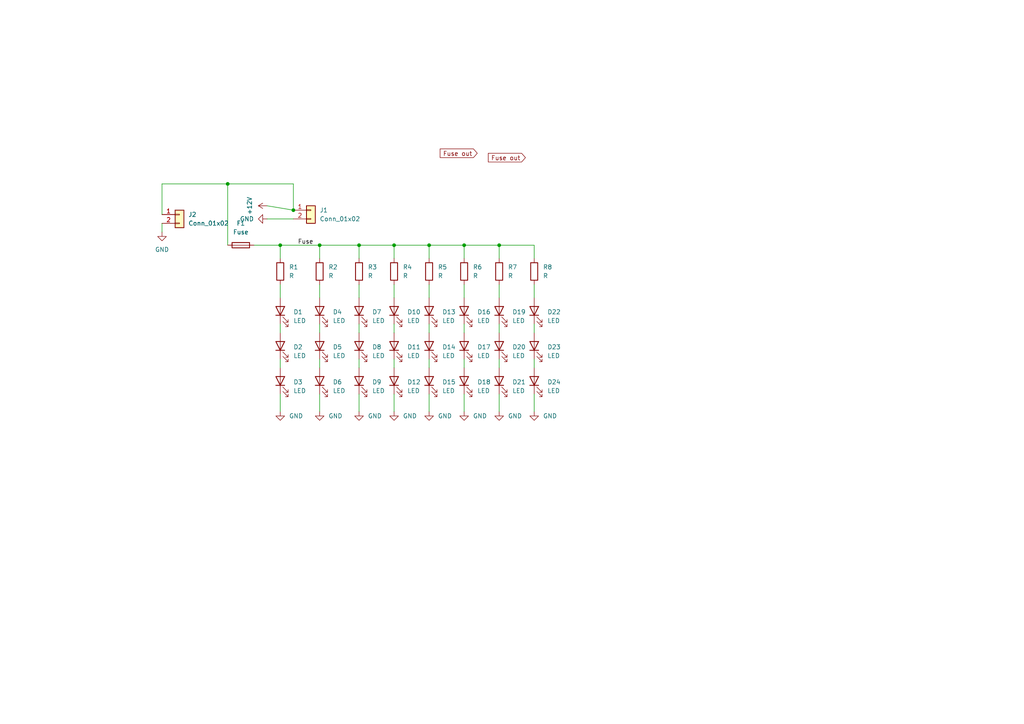
<source format=kicad_sch>
(kicad_sch
	(version 20231120)
	(generator "eeschema")
	(generator_version "8.0")
	(uuid "c8bc9313-f85c-4fad-8a1b-bdf9e54d3961")
	(paper "A4")
	(lib_symbols
		(symbol "Connector_Generic:Conn_01x02"
			(pin_names
				(offset 1.016) hide)
			(exclude_from_sim no)
			(in_bom yes)
			(on_board yes)
			(property "Reference" "J"
				(at 0 2.54 0)
				(effects
					(font
						(size 1.27 1.27)
					)
				)
			)
			(property "Value" "Conn_01x02"
				(at 0 -5.08 0)
				(effects
					(font
						(size 1.27 1.27)
					)
				)
			)
			(property "Footprint" ""
				(at 0 0 0)
				(effects
					(font
						(size 1.27 1.27)
					)
					(hide yes)
				)
			)
			(property "Datasheet" "~"
				(at 0 0 0)
				(effects
					(font
						(size 1.27 1.27)
					)
					(hide yes)
				)
			)
			(property "Description" "Generic connector, single row, 01x02, script generated (kicad-library-utils/schlib/autogen/connector/)"
				(at 0 0 0)
				(effects
					(font
						(size 1.27 1.27)
					)
					(hide yes)
				)
			)
			(property "ki_keywords" "connector"
				(at 0 0 0)
				(effects
					(font
						(size 1.27 1.27)
					)
					(hide yes)
				)
			)
			(property "ki_fp_filters" "Connector*:*_1x??_*"
				(at 0 0 0)
				(effects
					(font
						(size 1.27 1.27)
					)
					(hide yes)
				)
			)
			(symbol "Conn_01x02_1_1"
				(rectangle
					(start -1.27 -2.413)
					(end 0 -2.667)
					(stroke
						(width 0.1524)
						(type default)
					)
					(fill
						(type none)
					)
				)
				(rectangle
					(start -1.27 0.127)
					(end 0 -0.127)
					(stroke
						(width 0.1524)
						(type default)
					)
					(fill
						(type none)
					)
				)
				(rectangle
					(start -1.27 1.27)
					(end 1.27 -3.81)
					(stroke
						(width 0.254)
						(type default)
					)
					(fill
						(type background)
					)
				)
				(pin passive line
					(at -5.08 0 0)
					(length 3.81)
					(name "Pin_1"
						(effects
							(font
								(size 1.27 1.27)
							)
						)
					)
					(number "1"
						(effects
							(font
								(size 1.27 1.27)
							)
						)
					)
				)
				(pin passive line
					(at -5.08 -2.54 0)
					(length 3.81)
					(name "Pin_2"
						(effects
							(font
								(size 1.27 1.27)
							)
						)
					)
					(number "2"
						(effects
							(font
								(size 1.27 1.27)
							)
						)
					)
				)
			)
		)
		(symbol "Device:Fuse"
			(pin_numbers hide)
			(pin_names
				(offset 0)
			)
			(exclude_from_sim no)
			(in_bom yes)
			(on_board yes)
			(property "Reference" "F"
				(at 2.032 0 90)
				(effects
					(font
						(size 1.27 1.27)
					)
				)
			)
			(property "Value" "Fuse"
				(at -1.905 0 90)
				(effects
					(font
						(size 1.27 1.27)
					)
				)
			)
			(property "Footprint" ""
				(at -1.778 0 90)
				(effects
					(font
						(size 1.27 1.27)
					)
					(hide yes)
				)
			)
			(property "Datasheet" "~"
				(at 0 0 0)
				(effects
					(font
						(size 1.27 1.27)
					)
					(hide yes)
				)
			)
			(property "Description" "Fuse"
				(at 0 0 0)
				(effects
					(font
						(size 1.27 1.27)
					)
					(hide yes)
				)
			)
			(property "ki_keywords" "fuse"
				(at 0 0 0)
				(effects
					(font
						(size 1.27 1.27)
					)
					(hide yes)
				)
			)
			(property "ki_fp_filters" "*Fuse*"
				(at 0 0 0)
				(effects
					(font
						(size 1.27 1.27)
					)
					(hide yes)
				)
			)
			(symbol "Fuse_0_1"
				(rectangle
					(start -0.762 -2.54)
					(end 0.762 2.54)
					(stroke
						(width 0.254)
						(type default)
					)
					(fill
						(type none)
					)
				)
				(polyline
					(pts
						(xy 0 2.54) (xy 0 -2.54)
					)
					(stroke
						(width 0)
						(type default)
					)
					(fill
						(type none)
					)
				)
			)
			(symbol "Fuse_1_1"
				(pin passive line
					(at 0 3.81 270)
					(length 1.27)
					(name "~"
						(effects
							(font
								(size 1.27 1.27)
							)
						)
					)
					(number "1"
						(effects
							(font
								(size 1.27 1.27)
							)
						)
					)
				)
				(pin passive line
					(at 0 -3.81 90)
					(length 1.27)
					(name "~"
						(effects
							(font
								(size 1.27 1.27)
							)
						)
					)
					(number "2"
						(effects
							(font
								(size 1.27 1.27)
							)
						)
					)
				)
			)
		)
		(symbol "Device:LED"
			(pin_numbers hide)
			(pin_names
				(offset 1.016) hide)
			(exclude_from_sim no)
			(in_bom yes)
			(on_board yes)
			(property "Reference" "D"
				(at 0 2.54 0)
				(effects
					(font
						(size 1.27 1.27)
					)
				)
			)
			(property "Value" "LED"
				(at 0 -2.54 0)
				(effects
					(font
						(size 1.27 1.27)
					)
				)
			)
			(property "Footprint" ""
				(at 0 0 0)
				(effects
					(font
						(size 1.27 1.27)
					)
					(hide yes)
				)
			)
			(property "Datasheet" "~"
				(at 0 0 0)
				(effects
					(font
						(size 1.27 1.27)
					)
					(hide yes)
				)
			)
			(property "Description" "Light emitting diode"
				(at 0 0 0)
				(effects
					(font
						(size 1.27 1.27)
					)
					(hide yes)
				)
			)
			(property "ki_keywords" "LED diode"
				(at 0 0 0)
				(effects
					(font
						(size 1.27 1.27)
					)
					(hide yes)
				)
			)
			(property "ki_fp_filters" "LED* LED_SMD:* LED_THT:*"
				(at 0 0 0)
				(effects
					(font
						(size 1.27 1.27)
					)
					(hide yes)
				)
			)
			(symbol "LED_0_1"
				(polyline
					(pts
						(xy -1.27 -1.27) (xy -1.27 1.27)
					)
					(stroke
						(width 0.254)
						(type default)
					)
					(fill
						(type none)
					)
				)
				(polyline
					(pts
						(xy -1.27 0) (xy 1.27 0)
					)
					(stroke
						(width 0)
						(type default)
					)
					(fill
						(type none)
					)
				)
				(polyline
					(pts
						(xy 1.27 -1.27) (xy 1.27 1.27) (xy -1.27 0) (xy 1.27 -1.27)
					)
					(stroke
						(width 0.254)
						(type default)
					)
					(fill
						(type none)
					)
				)
				(polyline
					(pts
						(xy -3.048 -0.762) (xy -4.572 -2.286) (xy -3.81 -2.286) (xy -4.572 -2.286) (xy -4.572 -1.524)
					)
					(stroke
						(width 0)
						(type default)
					)
					(fill
						(type none)
					)
				)
				(polyline
					(pts
						(xy -1.778 -0.762) (xy -3.302 -2.286) (xy -2.54 -2.286) (xy -3.302 -2.286) (xy -3.302 -1.524)
					)
					(stroke
						(width 0)
						(type default)
					)
					(fill
						(type none)
					)
				)
			)
			(symbol "LED_1_1"
				(pin passive line
					(at -3.81 0 0)
					(length 2.54)
					(name "K"
						(effects
							(font
								(size 1.27 1.27)
							)
						)
					)
					(number "1"
						(effects
							(font
								(size 1.27 1.27)
							)
						)
					)
				)
				(pin passive line
					(at 3.81 0 180)
					(length 2.54)
					(name "A"
						(effects
							(font
								(size 1.27 1.27)
							)
						)
					)
					(number "2"
						(effects
							(font
								(size 1.27 1.27)
							)
						)
					)
				)
			)
		)
		(symbol "Device:R"
			(pin_numbers hide)
			(pin_names
				(offset 0)
			)
			(exclude_from_sim no)
			(in_bom yes)
			(on_board yes)
			(property "Reference" "R"
				(at 2.032 0 90)
				(effects
					(font
						(size 1.27 1.27)
					)
				)
			)
			(property "Value" "R"
				(at 0 0 90)
				(effects
					(font
						(size 1.27 1.27)
					)
				)
			)
			(property "Footprint" ""
				(at -1.778 0 90)
				(effects
					(font
						(size 1.27 1.27)
					)
					(hide yes)
				)
			)
			(property "Datasheet" "~"
				(at 0 0 0)
				(effects
					(font
						(size 1.27 1.27)
					)
					(hide yes)
				)
			)
			(property "Description" "Resistor"
				(at 0 0 0)
				(effects
					(font
						(size 1.27 1.27)
					)
					(hide yes)
				)
			)
			(property "ki_keywords" "R res resistor"
				(at 0 0 0)
				(effects
					(font
						(size 1.27 1.27)
					)
					(hide yes)
				)
			)
			(property "ki_fp_filters" "R_*"
				(at 0 0 0)
				(effects
					(font
						(size 1.27 1.27)
					)
					(hide yes)
				)
			)
			(symbol "R_0_1"
				(rectangle
					(start -1.016 -2.54)
					(end 1.016 2.54)
					(stroke
						(width 0.254)
						(type default)
					)
					(fill
						(type none)
					)
				)
			)
			(symbol "R_1_1"
				(pin passive line
					(at 0 3.81 270)
					(length 1.27)
					(name "~"
						(effects
							(font
								(size 1.27 1.27)
							)
						)
					)
					(number "1"
						(effects
							(font
								(size 1.27 1.27)
							)
						)
					)
				)
				(pin passive line
					(at 0 -3.81 90)
					(length 1.27)
					(name "~"
						(effects
							(font
								(size 1.27 1.27)
							)
						)
					)
					(number "2"
						(effects
							(font
								(size 1.27 1.27)
							)
						)
					)
				)
			)
		)
		(symbol "power:+12V"
			(power)
			(pin_names
				(offset 0)
			)
			(exclude_from_sim no)
			(in_bom yes)
			(on_board yes)
			(property "Reference" "#PWR"
				(at 0 -3.81 0)
				(effects
					(font
						(size 1.27 1.27)
					)
					(hide yes)
				)
			)
			(property "Value" "+12V"
				(at 0 3.556 0)
				(effects
					(font
						(size 1.27 1.27)
					)
				)
			)
			(property "Footprint" ""
				(at 0 0 0)
				(effects
					(font
						(size 1.27 1.27)
					)
					(hide yes)
				)
			)
			(property "Datasheet" ""
				(at 0 0 0)
				(effects
					(font
						(size 1.27 1.27)
					)
					(hide yes)
				)
			)
			(property "Description" "Power symbol creates a global label with name \"+12V\""
				(at 0 0 0)
				(effects
					(font
						(size 1.27 1.27)
					)
					(hide yes)
				)
			)
			(property "ki_keywords" "power-flag"
				(at 0 0 0)
				(effects
					(font
						(size 1.27 1.27)
					)
					(hide yes)
				)
			)
			(symbol "+12V_0_1"
				(polyline
					(pts
						(xy -0.762 1.27) (xy 0 2.54)
					)
					(stroke
						(width 0)
						(type default)
					)
					(fill
						(type none)
					)
				)
				(polyline
					(pts
						(xy 0 0) (xy 0 2.54)
					)
					(stroke
						(width 0)
						(type default)
					)
					(fill
						(type none)
					)
				)
				(polyline
					(pts
						(xy 0 2.54) (xy 0.762 1.27)
					)
					(stroke
						(width 0)
						(type default)
					)
					(fill
						(type none)
					)
				)
			)
			(symbol "+12V_1_1"
				(pin power_in line
					(at 0 0 90)
					(length 0) hide
					(name "+12V"
						(effects
							(font
								(size 1.27 1.27)
							)
						)
					)
					(number "1"
						(effects
							(font
								(size 1.27 1.27)
							)
						)
					)
				)
			)
		)
		(symbol "power:GND"
			(power)
			(pin_names
				(offset 0)
			)
			(exclude_from_sim no)
			(in_bom yes)
			(on_board yes)
			(property "Reference" "#PWR"
				(at 0 -6.35 0)
				(effects
					(font
						(size 1.27 1.27)
					)
					(hide yes)
				)
			)
			(property "Value" "GND"
				(at 0 -3.81 0)
				(effects
					(font
						(size 1.27 1.27)
					)
				)
			)
			(property "Footprint" ""
				(at 0 0 0)
				(effects
					(font
						(size 1.27 1.27)
					)
					(hide yes)
				)
			)
			(property "Datasheet" ""
				(at 0 0 0)
				(effects
					(font
						(size 1.27 1.27)
					)
					(hide yes)
				)
			)
			(property "Description" "Power symbol creates a global label with name \"GND\" , ground"
				(at 0 0 0)
				(effects
					(font
						(size 1.27 1.27)
					)
					(hide yes)
				)
			)
			(property "ki_keywords" "power-flag"
				(at 0 0 0)
				(effects
					(font
						(size 1.27 1.27)
					)
					(hide yes)
				)
			)
			(symbol "GND_0_1"
				(polyline
					(pts
						(xy 0 0) (xy 0 -1.27) (xy 1.27 -1.27) (xy 0 -2.54) (xy -1.27 -1.27) (xy 0 -1.27)
					)
					(stroke
						(width 0)
						(type default)
					)
					(fill
						(type none)
					)
				)
			)
			(symbol "GND_1_1"
				(pin power_in line
					(at 0 0 270)
					(length 0) hide
					(name "GND"
						(effects
							(font
								(size 1.27 1.27)
							)
						)
					)
					(number "1"
						(effects
							(font
								(size 1.27 1.27)
							)
						)
					)
				)
			)
		)
	)
	(junction
		(at 81.28 71.12)
		(diameter 0)
		(color 0 0 0 0)
		(uuid "08d771e1-54bb-4bee-8bd5-258061dd2217")
	)
	(junction
		(at 134.62 71.12)
		(diameter 0)
		(color 0 0 0 0)
		(uuid "0b51491c-afd7-40c5-aeac-8764a436efd6")
	)
	(junction
		(at 85.09 60.96)
		(diameter 0)
		(color 0 0 0 0)
		(uuid "0f777850-f642-4b12-848d-3a834b2d5358")
	)
	(junction
		(at 104.14 71.12)
		(diameter 0)
		(color 0 0 0 0)
		(uuid "1c9f83f4-624b-4657-90de-1321f91f92af")
	)
	(junction
		(at 66.04 53.34)
		(diameter 0)
		(color 0 0 0 0)
		(uuid "4e8cc9a8-087a-4821-a945-6f7e653d527d")
	)
	(junction
		(at 124.46 71.12)
		(diameter 0)
		(color 0 0 0 0)
		(uuid "6eb11bf2-2c71-4628-bb0d-4c297da77e07")
	)
	(junction
		(at 92.71 71.12)
		(diameter 0)
		(color 0 0 0 0)
		(uuid "7a89bcf7-e1e2-44ee-91f7-ec59405c5715")
	)
	(junction
		(at 114.3 71.12)
		(diameter 0)
		(color 0 0 0 0)
		(uuid "ac63f1f2-ba00-432e-92cc-d7a2c7fa90b4")
	)
	(junction
		(at 144.78 71.12)
		(diameter 0)
		(color 0 0 0 0)
		(uuid "e397cddf-8710-4bda-bd17-dffe38ffc520")
	)
	(wire
		(pts
			(xy 134.62 104.14) (xy 134.62 106.68)
		)
		(stroke
			(width 0)
			(type default)
		)
		(uuid "038cc278-8457-4cb9-894e-d2fd87c2e513")
	)
	(wire
		(pts
			(xy 144.78 71.12) (xy 144.78 74.93)
		)
		(stroke
			(width 0)
			(type default)
		)
		(uuid "06d53d66-6336-4e2c-8f40-4144461e2c8d")
	)
	(wire
		(pts
			(xy 134.62 71.12) (xy 144.78 71.12)
		)
		(stroke
			(width 0)
			(type default)
		)
		(uuid "07205ab2-5111-4db6-a247-248c3b1dfe02")
	)
	(wire
		(pts
			(xy 154.94 74.93) (xy 154.94 71.12)
		)
		(stroke
			(width 0)
			(type default)
		)
		(uuid "0c00458e-7463-45e4-aa98-c1359fd4ff42")
	)
	(wire
		(pts
			(xy 77.47 59.69) (xy 85.09 60.96)
		)
		(stroke
			(width 0)
			(type default)
		)
		(uuid "1de9c6ac-4013-465c-90d9-87bced1e334c")
	)
	(wire
		(pts
			(xy 46.99 53.34) (xy 66.04 53.34)
		)
		(stroke
			(width 0)
			(type default)
		)
		(uuid "278f97f2-0621-4aa7-8864-f6e393810935")
	)
	(wire
		(pts
			(xy 92.71 104.14) (xy 92.71 106.68)
		)
		(stroke
			(width 0)
			(type default)
		)
		(uuid "3189997a-1a75-4912-92d4-1a8342dd0d13")
	)
	(wire
		(pts
			(xy 104.14 71.12) (xy 114.3 71.12)
		)
		(stroke
			(width 0)
			(type default)
		)
		(uuid "361d256f-1fa6-4892-bf46-5da0604cb471")
	)
	(wire
		(pts
			(xy 104.14 93.98) (xy 104.14 96.52)
		)
		(stroke
			(width 0)
			(type default)
		)
		(uuid "3b19da52-45aa-4184-9688-78f2de30989a")
	)
	(wire
		(pts
			(xy 114.3 82.55) (xy 114.3 86.36)
		)
		(stroke
			(width 0)
			(type default)
		)
		(uuid "3d6d64e0-bd63-4f9b-abba-cd003ec46728")
	)
	(wire
		(pts
			(xy 81.28 93.98) (xy 81.28 96.52)
		)
		(stroke
			(width 0)
			(type default)
		)
		(uuid "3f5f8e51-bbf2-41ab-91ca-27d5da683af6")
	)
	(wire
		(pts
			(xy 154.94 104.14) (xy 154.94 106.68)
		)
		(stroke
			(width 0)
			(type default)
		)
		(uuid "40bf2adb-f73a-49b2-b308-09b53209fa64")
	)
	(wire
		(pts
			(xy 46.99 64.77) (xy 46.99 67.31)
		)
		(stroke
			(width 0)
			(type default)
		)
		(uuid "415f4684-a022-4268-93b6-8927cab16c66")
	)
	(wire
		(pts
			(xy 134.62 93.98) (xy 134.62 96.52)
		)
		(stroke
			(width 0)
			(type default)
		)
		(uuid "49918efb-d8f0-44ec-872f-29e9f474df4c")
	)
	(wire
		(pts
			(xy 124.46 71.12) (xy 134.62 71.12)
		)
		(stroke
			(width 0)
			(type default)
		)
		(uuid "4ad138af-4800-4b78-9c79-081b1986f001")
	)
	(wire
		(pts
			(xy 114.3 71.12) (xy 114.3 74.93)
		)
		(stroke
			(width 0)
			(type default)
		)
		(uuid "4ccacb5e-95b7-44ec-a398-83385b91a7f2")
	)
	(wire
		(pts
			(xy 81.28 71.12) (xy 92.71 71.12)
		)
		(stroke
			(width 0)
			(type default)
		)
		(uuid "4d9443da-c084-41bd-b7d3-c8f1d0391cc0")
	)
	(wire
		(pts
			(xy 92.71 93.98) (xy 92.71 96.52)
		)
		(stroke
			(width 0)
			(type default)
		)
		(uuid "4f3b4b82-ece3-4999-95cd-292552a36099")
	)
	(wire
		(pts
			(xy 81.28 104.14) (xy 81.28 106.68)
		)
		(stroke
			(width 0)
			(type default)
		)
		(uuid "58abb7ae-e28d-49d3-8734-a729b57ef6a2")
	)
	(wire
		(pts
			(xy 92.71 114.3) (xy 92.71 119.38)
		)
		(stroke
			(width 0)
			(type default)
		)
		(uuid "5d11b467-e489-491a-843d-026627c26830")
	)
	(wire
		(pts
			(xy 154.94 93.98) (xy 154.94 96.52)
		)
		(stroke
			(width 0)
			(type default)
		)
		(uuid "5e7b417e-938c-4843-86b9-e1eba626e4a8")
	)
	(wire
		(pts
			(xy 154.94 114.3) (xy 154.94 119.38)
		)
		(stroke
			(width 0)
			(type default)
		)
		(uuid "68faed8a-cae1-4c71-8fcd-fc9aca9b041d")
	)
	(wire
		(pts
			(xy 144.78 82.55) (xy 144.78 86.36)
		)
		(stroke
			(width 0)
			(type default)
		)
		(uuid "7ae25862-7325-47dc-b05e-9f83a850762a")
	)
	(wire
		(pts
			(xy 81.28 82.55) (xy 81.28 86.36)
		)
		(stroke
			(width 0)
			(type default)
		)
		(uuid "8119e5e1-870a-48d1-9363-39f32c100dae")
	)
	(wire
		(pts
			(xy 124.46 82.55) (xy 124.46 86.36)
		)
		(stroke
			(width 0)
			(type default)
		)
		(uuid "8957c3b4-551b-41d3-bce0-227540521c7f")
	)
	(wire
		(pts
			(xy 73.66 71.12) (xy 81.28 71.12)
		)
		(stroke
			(width 0)
			(type default)
		)
		(uuid "8a98da7a-49ee-4c40-bd3c-6f6ef2335ef4")
	)
	(wire
		(pts
			(xy 85.09 53.34) (xy 85.09 60.96)
		)
		(stroke
			(width 0)
			(type default)
		)
		(uuid "8baf224a-e99f-4e0a-b4f7-6df549bbd15c")
	)
	(wire
		(pts
			(xy 144.78 104.14) (xy 144.78 106.68)
		)
		(stroke
			(width 0)
			(type default)
		)
		(uuid "8f66594d-681f-4d15-9d70-2bd92f2ae7f7")
	)
	(wire
		(pts
			(xy 81.28 114.3) (xy 81.28 119.38)
		)
		(stroke
			(width 0)
			(type default)
		)
		(uuid "93b88c8a-63c3-448d-8bac-9eeb8f1a8ed1")
	)
	(wire
		(pts
			(xy 134.62 114.3) (xy 134.62 119.38)
		)
		(stroke
			(width 0)
			(type default)
		)
		(uuid "9f246e30-e474-4518-bc69-64269ba21d51")
	)
	(wire
		(pts
			(xy 144.78 114.3) (xy 144.78 119.38)
		)
		(stroke
			(width 0)
			(type default)
		)
		(uuid "9f904e36-f65f-4cbd-998a-972d8f2f5926")
	)
	(wire
		(pts
			(xy 154.94 82.55) (xy 154.94 86.36)
		)
		(stroke
			(width 0)
			(type default)
		)
		(uuid "a39ae71a-0ead-455f-ae1c-29264e6aa1e9")
	)
	(wire
		(pts
			(xy 134.62 82.55) (xy 134.62 86.36)
		)
		(stroke
			(width 0)
			(type default)
		)
		(uuid "a3ea41cb-4ea8-40ba-bc90-f8a4e0079fb0")
	)
	(wire
		(pts
			(xy 46.99 62.23) (xy 46.99 53.34)
		)
		(stroke
			(width 0)
			(type default)
		)
		(uuid "a9ebdc1b-a889-4223-a88a-9a595e48d811")
	)
	(wire
		(pts
			(xy 92.71 71.12) (xy 92.71 74.93)
		)
		(stroke
			(width 0)
			(type default)
		)
		(uuid "ab20c645-4b10-48b5-ae63-98d34d99a42d")
	)
	(wire
		(pts
			(xy 104.14 114.3) (xy 104.14 119.38)
		)
		(stroke
			(width 0)
			(type default)
		)
		(uuid "b3bdc462-1455-4635-a1f7-32ffed8786ae")
	)
	(wire
		(pts
			(xy 144.78 71.12) (xy 154.94 71.12)
		)
		(stroke
			(width 0)
			(type default)
		)
		(uuid "b553b078-955a-4164-95b4-4da25e3b3211")
	)
	(wire
		(pts
			(xy 114.3 93.98) (xy 114.3 96.52)
		)
		(stroke
			(width 0)
			(type default)
		)
		(uuid "bd8b40f9-b5c1-40ab-8b15-110f71ec39b1")
	)
	(wire
		(pts
			(xy 124.46 71.12) (xy 124.46 74.93)
		)
		(stroke
			(width 0)
			(type default)
		)
		(uuid "bec253bb-b64f-47d6-97df-ec15833fe69d")
	)
	(wire
		(pts
			(xy 134.62 71.12) (xy 134.62 74.93)
		)
		(stroke
			(width 0)
			(type default)
		)
		(uuid "bed96cad-e898-45ab-b20a-289032ea3adf")
	)
	(wire
		(pts
			(xy 104.14 71.12) (xy 104.14 74.93)
		)
		(stroke
			(width 0)
			(type default)
		)
		(uuid "c08e4b58-55be-4b33-95ce-d517fb7ec000")
	)
	(wire
		(pts
			(xy 124.46 114.3) (xy 124.46 119.38)
		)
		(stroke
			(width 0)
			(type default)
		)
		(uuid "c1898a3a-a524-4455-91f5-99b40b357323")
	)
	(wire
		(pts
			(xy 144.78 93.98) (xy 144.78 96.52)
		)
		(stroke
			(width 0)
			(type default)
		)
		(uuid "c6a55e9d-8164-4069-9bd3-8aba0c3caa28")
	)
	(wire
		(pts
			(xy 114.3 71.12) (xy 124.46 71.12)
		)
		(stroke
			(width 0)
			(type default)
		)
		(uuid "c9a7d2e0-9cce-472d-a15e-731dd37ad1cb")
	)
	(wire
		(pts
			(xy 124.46 93.98) (xy 124.46 96.52)
		)
		(stroke
			(width 0)
			(type default)
		)
		(uuid "c9c93046-95b8-4255-b7ed-654f3b6475ac")
	)
	(wire
		(pts
			(xy 92.71 82.55) (xy 92.71 86.36)
		)
		(stroke
			(width 0)
			(type default)
		)
		(uuid "cce6c8bc-7bb7-4b0d-8a74-ff56ef0245ee")
	)
	(wire
		(pts
			(xy 124.46 104.14) (xy 124.46 106.68)
		)
		(stroke
			(width 0)
			(type default)
		)
		(uuid "cd53fc69-cf1d-411c-9680-ca5a138495ac")
	)
	(wire
		(pts
			(xy 104.14 82.55) (xy 104.14 86.36)
		)
		(stroke
			(width 0)
			(type default)
		)
		(uuid "d4531ef6-fc68-428e-9b49-3ae0bd3d1bb3")
	)
	(wire
		(pts
			(xy 66.04 53.34) (xy 85.09 53.34)
		)
		(stroke
			(width 0)
			(type default)
		)
		(uuid "dbc8cc10-2c64-4924-8225-5733978ca7f1")
	)
	(wire
		(pts
			(xy 104.14 104.14) (xy 104.14 106.68)
		)
		(stroke
			(width 0)
			(type default)
		)
		(uuid "de30a723-9dc2-4fba-9b74-d2a2e4068ee5")
	)
	(wire
		(pts
			(xy 92.71 71.12) (xy 104.14 71.12)
		)
		(stroke
			(width 0)
			(type default)
		)
		(uuid "dfafe538-75e0-4b11-91ca-2ce53d4bea10")
	)
	(wire
		(pts
			(xy 81.28 71.12) (xy 81.28 74.93)
		)
		(stroke
			(width 0)
			(type default)
		)
		(uuid "e55c416b-c753-4ad7-bf1c-f0bdc91d9c7e")
	)
	(wire
		(pts
			(xy 114.3 104.14) (xy 114.3 106.68)
		)
		(stroke
			(width 0)
			(type default)
		)
		(uuid "e56437ff-06be-4377-bfac-ae60fea57ab7")
	)
	(wire
		(pts
			(xy 66.04 71.12) (xy 66.04 53.34)
		)
		(stroke
			(width 0)
			(type default)
		)
		(uuid "e7ae7ef0-98d4-4e74-a53c-3f45e5650fba")
	)
	(wire
		(pts
			(xy 114.3 114.3) (xy 114.3 119.38)
		)
		(stroke
			(width 0)
			(type default)
		)
		(uuid "f4cc036b-1ce5-4d60-a125-9c7a483739e4")
	)
	(wire
		(pts
			(xy 77.47 63.5) (xy 85.09 63.5)
		)
		(stroke
			(width 0)
			(type default)
		)
		(uuid "ffdf8f80-1433-4b9b-bc68-5f0a604259c8")
	)
	(label "Fuse"
		(at 86.36 71.12 0)
		(fields_autoplaced yes)
		(effects
			(font
				(size 1.27 1.27)
			)
			(justify left bottom)
		)
		(uuid "659ccb3c-b7c9-456a-aaa3-b45e562b578f")
	)
	(global_label "Fuse out"
		(shape input)
		(at 138.43 44.45 180)
		(fields_autoplaced yes)
		(effects
			(font
				(size 1.27 1.27)
			)
			(justify right)
		)
		(uuid "238f887e-bb65-4a10-8267-f25589151d10")
		(property "Intersheetrefs" "${INTERSHEET_REFS}"
			(at 127.6712 44.5294 0)
			(effects
				(font
					(size 1.27 1.27)
				)
				(justify right)
				(hide yes)
			)
		)
	)
	(global_label "Fuse out"
		(shape input)
		(at 152.4 45.72 180)
		(fields_autoplaced yes)
		(effects
			(font
				(size 1.27 1.27)
			)
			(justify right)
		)
		(uuid "66a0f5d8-2fc4-40fc-818d-b74c061d9bb2")
		(property "Intersheetrefs" "${INTERSHEET_REFS}"
			(at 141.6412 45.7994 0)
			(effects
				(font
					(size 1.27 1.27)
				)
				(justify right)
				(hide yes)
			)
		)
	)
	(symbol
		(lib_id "power:GND")
		(at 154.94 119.38 0)
		(unit 1)
		(exclude_from_sim no)
		(in_bom yes)
		(on_board yes)
		(dnp no)
		(fields_autoplaced yes)
		(uuid "00ce87e8-df7e-4553-95d0-29cf42fd8f52")
		(property "Reference" "#PWR010"
			(at 154.94 125.73 0)
			(effects
				(font
					(size 1.27 1.27)
				)
				(hide yes)
			)
		)
		(property "Value" "GND"
			(at 157.48 120.6499 0)
			(effects
				(font
					(size 1.27 1.27)
				)
				(justify left)
			)
		)
		(property "Footprint" ""
			(at 154.94 119.38 0)
			(effects
				(font
					(size 1.27 1.27)
				)
				(hide yes)
			)
		)
		(property "Datasheet" ""
			(at 154.94 119.38 0)
			(effects
				(font
					(size 1.27 1.27)
				)
				(hide yes)
			)
		)
		(property "Description" ""
			(at 154.94 119.38 0)
			(effects
				(font
					(size 1.27 1.27)
				)
				(hide yes)
			)
		)
		(pin "1"
			(uuid "fed9c70d-a6c5-47d8-b66d-2564c8a2dac8")
		)
		(instances
			(project "Proyecto final obed"
				(path "/c8bc9313-f85c-4fad-8a1b-bdf9e54d3961"
					(reference "#PWR010")
					(unit 1)
				)
			)
		)
	)
	(symbol
		(lib_id "Device:R")
		(at 92.71 78.74 0)
		(unit 1)
		(exclude_from_sim no)
		(in_bom yes)
		(on_board yes)
		(dnp no)
		(fields_autoplaced yes)
		(uuid "0f575172-6ca7-49b2-bef1-6fb835d827de")
		(property "Reference" "R2"
			(at 95.25 77.4699 0)
			(effects
				(font
					(size 1.27 1.27)
				)
				(justify left)
			)
		)
		(property "Value" "R"
			(at 95.25 80.0099 0)
			(effects
				(font
					(size 1.27 1.27)
				)
				(justify left)
			)
		)
		(property "Footprint" "Resistor_THT:R_Axial_DIN0207_L6.3mm_D2.5mm_P15.24mm_Horizontal"
			(at 90.932 78.74 90)
			(effects
				(font
					(size 1.27 1.27)
				)
				(hide yes)
			)
		)
		(property "Datasheet" "~"
			(at 92.71 78.74 0)
			(effects
				(font
					(size 1.27 1.27)
				)
				(hide yes)
			)
		)
		(property "Description" ""
			(at 92.71 78.74 0)
			(effects
				(font
					(size 1.27 1.27)
				)
				(hide yes)
			)
		)
		(pin "1"
			(uuid "d2c2c9ce-b402-4375-a246-851302f0bcff")
		)
		(pin "2"
			(uuid "f5e027a6-fa4c-4b23-95c7-a9c4649db9de")
		)
		(instances
			(project "Proyecto final obed"
				(path "/c8bc9313-f85c-4fad-8a1b-bdf9e54d3961"
					(reference "R2")
					(unit 1)
				)
			)
		)
	)
	(symbol
		(lib_id "Device:R")
		(at 134.62 78.74 0)
		(unit 1)
		(exclude_from_sim no)
		(in_bom yes)
		(on_board yes)
		(dnp no)
		(fields_autoplaced yes)
		(uuid "14346bdf-84ff-48b7-b4fc-0b499bfb34ad")
		(property "Reference" "R6"
			(at 137.16 77.4699 0)
			(effects
				(font
					(size 1.27 1.27)
				)
				(justify left)
			)
		)
		(property "Value" "R"
			(at 137.16 80.0099 0)
			(effects
				(font
					(size 1.27 1.27)
				)
				(justify left)
			)
		)
		(property "Footprint" "Resistor_THT:R_Axial_DIN0207_L6.3mm_D2.5mm_P15.24mm_Horizontal"
			(at 132.842 78.74 90)
			(effects
				(font
					(size 1.27 1.27)
				)
				(hide yes)
			)
		)
		(property "Datasheet" "~"
			(at 134.62 78.74 0)
			(effects
				(font
					(size 1.27 1.27)
				)
				(hide yes)
			)
		)
		(property "Description" ""
			(at 134.62 78.74 0)
			(effects
				(font
					(size 1.27 1.27)
				)
				(hide yes)
			)
		)
		(pin "1"
			(uuid "bfac19ba-d232-4aab-a52a-169dbe9891fe")
		)
		(pin "2"
			(uuid "acd963b4-92bb-460a-8046-9a1268772e17")
		)
		(instances
			(project "Proyecto final obed"
				(path "/c8bc9313-f85c-4fad-8a1b-bdf9e54d3961"
					(reference "R6")
					(unit 1)
				)
			)
		)
	)
	(symbol
		(lib_id "Device:R")
		(at 154.94 78.74 0)
		(unit 1)
		(exclude_from_sim no)
		(in_bom yes)
		(on_board yes)
		(dnp no)
		(fields_autoplaced yes)
		(uuid "1b021a52-827c-4cbf-8fd8-b0e4dc7e1a70")
		(property "Reference" "R8"
			(at 157.48 77.4699 0)
			(effects
				(font
					(size 1.27 1.27)
				)
				(justify left)
			)
		)
		(property "Value" "R"
			(at 157.48 80.0099 0)
			(effects
				(font
					(size 1.27 1.27)
				)
				(justify left)
			)
		)
		(property "Footprint" "Resistor_THT:R_Axial_DIN0207_L6.3mm_D2.5mm_P15.24mm_Horizontal"
			(at 153.162 78.74 90)
			(effects
				(font
					(size 1.27 1.27)
				)
				(hide yes)
			)
		)
		(property "Datasheet" "~"
			(at 154.94 78.74 0)
			(effects
				(font
					(size 1.27 1.27)
				)
				(hide yes)
			)
		)
		(property "Description" ""
			(at 154.94 78.74 0)
			(effects
				(font
					(size 1.27 1.27)
				)
				(hide yes)
			)
		)
		(pin "1"
			(uuid "d7445220-9e71-4f6c-b5fa-2d0716b6b965")
		)
		(pin "2"
			(uuid "04696d19-3fb6-4a4d-b49a-39973aa03425")
		)
		(instances
			(project "Proyecto final obed"
				(path "/c8bc9313-f85c-4fad-8a1b-bdf9e54d3961"
					(reference "R8")
					(unit 1)
				)
			)
		)
	)
	(symbol
		(lib_id "Device:Fuse")
		(at 69.85 71.12 90)
		(unit 1)
		(exclude_from_sim no)
		(in_bom yes)
		(on_board yes)
		(dnp no)
		(fields_autoplaced yes)
		(uuid "22546715-3920-4cc6-b16a-40d5e5566b4b")
		(property "Reference" "F1"
			(at 69.85 64.77 90)
			(effects
				(font
					(size 1.27 1.27)
				)
			)
		)
		(property "Value" "Fuse"
			(at 69.85 67.31 90)
			(effects
				(font
					(size 1.27 1.27)
				)
			)
		)
		(property "Footprint" "Fuse:Fuseholder_Cylinder-5x20mm_Schurter_0031_8201_Horizontal_Open"
			(at 69.85 72.898 90)
			(effects
				(font
					(size 1.27 1.27)
				)
				(hide yes)
			)
		)
		(property "Datasheet" "~"
			(at 69.85 71.12 0)
			(effects
				(font
					(size 1.27 1.27)
				)
				(hide yes)
			)
		)
		(property "Description" ""
			(at 69.85 71.12 0)
			(effects
				(font
					(size 1.27 1.27)
				)
				(hide yes)
			)
		)
		(pin "1"
			(uuid "35410876-ca11-4522-921a-0bf8ad302d08")
		)
		(pin "2"
			(uuid "2935d72d-6e33-446c-9fe6-abb6933a802d")
		)
		(instances
			(project "Proyecto final obed"
				(path "/c8bc9313-f85c-4fad-8a1b-bdf9e54d3961"
					(reference "F1")
					(unit 1)
				)
			)
		)
	)
	(symbol
		(lib_id "Device:LED")
		(at 124.46 100.33 90)
		(unit 1)
		(exclude_from_sim no)
		(in_bom yes)
		(on_board yes)
		(dnp no)
		(fields_autoplaced yes)
		(uuid "24c61324-8207-436a-96db-823502763fa9")
		(property "Reference" "D14"
			(at 128.27 100.6474 90)
			(effects
				(font
					(size 1.27 1.27)
				)
				(justify right)
			)
		)
		(property "Value" "LED"
			(at 128.27 103.1874 90)
			(effects
				(font
					(size 1.27 1.27)
				)
				(justify right)
			)
		)
		(property "Footprint" "LED_THT:LED_D5.0mm"
			(at 124.46 100.33 0)
			(effects
				(font
					(size 1.27 1.27)
				)
				(hide yes)
			)
		)
		(property "Datasheet" "~"
			(at 124.46 100.33 0)
			(effects
				(font
					(size 1.27 1.27)
				)
				(hide yes)
			)
		)
		(property "Description" ""
			(at 124.46 100.33 0)
			(effects
				(font
					(size 1.27 1.27)
				)
				(hide yes)
			)
		)
		(pin "1"
			(uuid "7eb07f3d-d6e4-4c08-97ec-116bb8f84f30")
		)
		(pin "2"
			(uuid "cb51595e-814a-45d0-9193-ca76b8497ab8")
		)
		(instances
			(project "Proyecto final obed"
				(path "/c8bc9313-f85c-4fad-8a1b-bdf9e54d3961"
					(reference "D14")
					(unit 1)
				)
			)
		)
	)
	(symbol
		(lib_id "Connector_Generic:Conn_01x02")
		(at 52.07 62.23 0)
		(unit 1)
		(exclude_from_sim no)
		(in_bom yes)
		(on_board yes)
		(dnp no)
		(fields_autoplaced yes)
		(uuid "2cb8a5f3-ea01-4784-aaa0-68786bc25904")
		(property "Reference" "J2"
			(at 54.61 62.2299 0)
			(effects
				(font
					(size 1.27 1.27)
				)
				(justify left)
			)
		)
		(property "Value" "Conn_01x02"
			(at 54.61 64.7699 0)
			(effects
				(font
					(size 1.27 1.27)
				)
				(justify left)
			)
		)
		(property "Footprint" "Connector_PinHeader_2.00mm:PinHeader_1x02_P2.00mm_Vertical"
			(at 52.07 62.23 0)
			(effects
				(font
					(size 1.27 1.27)
				)
				(hide yes)
			)
		)
		(property "Datasheet" "~"
			(at 52.07 62.23 0)
			(effects
				(font
					(size 1.27 1.27)
				)
				(hide yes)
			)
		)
		(property "Description" ""
			(at 52.07 62.23 0)
			(effects
				(font
					(size 1.27 1.27)
				)
				(hide yes)
			)
		)
		(pin "1"
			(uuid "b2c677db-e66b-4ae7-a947-001d82822678")
		)
		(pin "2"
			(uuid "08867050-860d-4557-9171-84ff39dc1edd")
		)
		(instances
			(project "Proyecto final obed"
				(path "/c8bc9313-f85c-4fad-8a1b-bdf9e54d3961"
					(reference "J2")
					(unit 1)
				)
			)
		)
	)
	(symbol
		(lib_id "Device:LED")
		(at 154.94 110.49 90)
		(unit 1)
		(exclude_from_sim no)
		(in_bom yes)
		(on_board yes)
		(dnp no)
		(fields_autoplaced yes)
		(uuid "2f693fe5-c036-490a-bf95-b95e82d293db")
		(property "Reference" "D24"
			(at 158.75 110.8074 90)
			(effects
				(font
					(size 1.27 1.27)
				)
				(justify right)
			)
		)
		(property "Value" "LED"
			(at 158.75 113.3474 90)
			(effects
				(font
					(size 1.27 1.27)
				)
				(justify right)
			)
		)
		(property "Footprint" "LED_THT:LED_D5.0mm"
			(at 154.94 110.49 0)
			(effects
				(font
					(size 1.27 1.27)
				)
				(hide yes)
			)
		)
		(property "Datasheet" "~"
			(at 154.94 110.49 0)
			(effects
				(font
					(size 1.27 1.27)
				)
				(hide yes)
			)
		)
		(property "Description" ""
			(at 154.94 110.49 0)
			(effects
				(font
					(size 1.27 1.27)
				)
				(hide yes)
			)
		)
		(pin "1"
			(uuid "b5a77747-192c-4415-98ee-d1e5f56cb335")
		)
		(pin "2"
			(uuid "7134a312-470e-4646-8dd8-7742f3df77ce")
		)
		(instances
			(project "Proyecto final obed"
				(path "/c8bc9313-f85c-4fad-8a1b-bdf9e54d3961"
					(reference "D24")
					(unit 1)
				)
			)
		)
	)
	(symbol
		(lib_id "Device:R")
		(at 81.28 78.74 0)
		(unit 1)
		(exclude_from_sim no)
		(in_bom yes)
		(on_board yes)
		(dnp no)
		(fields_autoplaced yes)
		(uuid "3681c005-26a8-4596-80e3-08e52f376fb7")
		(property "Reference" "R1"
			(at 83.82 77.4699 0)
			(effects
				(font
					(size 1.27 1.27)
				)
				(justify left)
			)
		)
		(property "Value" "R"
			(at 83.82 80.0099 0)
			(effects
				(font
					(size 1.27 1.27)
				)
				(justify left)
			)
		)
		(property "Footprint" "Resistor_THT:R_Axial_DIN0207_L6.3mm_D2.5mm_P15.24mm_Horizontal"
			(at 79.502 78.74 90)
			(effects
				(font
					(size 1.27 1.27)
				)
				(hide yes)
			)
		)
		(property "Datasheet" "~"
			(at 81.28 78.74 0)
			(effects
				(font
					(size 1.27 1.27)
				)
				(hide yes)
			)
		)
		(property "Description" ""
			(at 81.28 78.74 0)
			(effects
				(font
					(size 1.27 1.27)
				)
				(hide yes)
			)
		)
		(pin "1"
			(uuid "6d7cef7a-f843-4012-b60f-d6e585b1e86f")
		)
		(pin "2"
			(uuid "430a7b10-219b-4307-8236-ee7c9f92976c")
		)
		(instances
			(project "Proyecto final obed"
				(path "/c8bc9313-f85c-4fad-8a1b-bdf9e54d3961"
					(reference "R1")
					(unit 1)
				)
			)
		)
	)
	(symbol
		(lib_id "Device:LED")
		(at 134.62 100.33 90)
		(unit 1)
		(exclude_from_sim no)
		(in_bom yes)
		(on_board yes)
		(dnp no)
		(fields_autoplaced yes)
		(uuid "376b1f8b-32e3-4541-b4bf-633d0f7203cf")
		(property "Reference" "D17"
			(at 138.43 100.6474 90)
			(effects
				(font
					(size 1.27 1.27)
				)
				(justify right)
			)
		)
		(property "Value" "LED"
			(at 138.43 103.1874 90)
			(effects
				(font
					(size 1.27 1.27)
				)
				(justify right)
			)
		)
		(property "Footprint" "LED_THT:LED_D5.0mm"
			(at 134.62 100.33 0)
			(effects
				(font
					(size 1.27 1.27)
				)
				(hide yes)
			)
		)
		(property "Datasheet" "~"
			(at 134.62 100.33 0)
			(effects
				(font
					(size 1.27 1.27)
				)
				(hide yes)
			)
		)
		(property "Description" ""
			(at 134.62 100.33 0)
			(effects
				(font
					(size 1.27 1.27)
				)
				(hide yes)
			)
		)
		(pin "1"
			(uuid "f78629d2-85a4-48a0-8662-5588ff2205e3")
		)
		(pin "2"
			(uuid "8d859a47-e844-471d-ba87-e241bc5f2512")
		)
		(instances
			(project "Proyecto final obed"
				(path "/c8bc9313-f85c-4fad-8a1b-bdf9e54d3961"
					(reference "D17")
					(unit 1)
				)
			)
		)
	)
	(symbol
		(lib_id "Connector_Generic:Conn_01x02")
		(at 90.17 60.96 0)
		(unit 1)
		(exclude_from_sim no)
		(in_bom yes)
		(on_board yes)
		(dnp no)
		(fields_autoplaced yes)
		(uuid "47280ba4-ab1c-4dd4-9922-52b76ebc0c7a")
		(property "Reference" "J1"
			(at 92.71 60.9599 0)
			(effects
				(font
					(size 1.27 1.27)
				)
				(justify left)
			)
		)
		(property "Value" "Conn_01x02"
			(at 92.71 63.4999 0)
			(effects
				(font
					(size 1.27 1.27)
				)
				(justify left)
			)
		)
		(property "Footprint" "Connector_PinHeader_2.00mm:PinHeader_1x02_P2.00mm_Vertical"
			(at 90.17 60.96 0)
			(effects
				(font
					(size 1.27 1.27)
				)
				(hide yes)
			)
		)
		(property "Datasheet" "~"
			(at 90.17 60.96 0)
			(effects
				(font
					(size 1.27 1.27)
				)
				(hide yes)
			)
		)
		(property "Description" ""
			(at 90.17 60.96 0)
			(effects
				(font
					(size 1.27 1.27)
				)
				(hide yes)
			)
		)
		(pin "1"
			(uuid "356a0458-5314-472d-affa-39e926bd234d")
		)
		(pin "2"
			(uuid "8cb3bce8-97e6-40d4-8eee-3aeeb746c893")
		)
		(instances
			(project "Proyecto final obed"
				(path "/c8bc9313-f85c-4fad-8a1b-bdf9e54d3961"
					(reference "J1")
					(unit 1)
				)
			)
		)
	)
	(symbol
		(lib_id "Device:LED")
		(at 154.94 90.17 90)
		(unit 1)
		(exclude_from_sim no)
		(in_bom yes)
		(on_board yes)
		(dnp no)
		(fields_autoplaced yes)
		(uuid "4750c873-a4d2-4825-b5e9-f89ede0b70a5")
		(property "Reference" "D22"
			(at 158.75 90.4874 90)
			(effects
				(font
					(size 1.27 1.27)
				)
				(justify right)
			)
		)
		(property "Value" "LED"
			(at 158.75 93.0274 90)
			(effects
				(font
					(size 1.27 1.27)
				)
				(justify right)
			)
		)
		(property "Footprint" "LED_THT:LED_D5.0mm"
			(at 154.94 90.17 0)
			(effects
				(font
					(size 1.27 1.27)
				)
				(hide yes)
			)
		)
		(property "Datasheet" "~"
			(at 154.94 90.17 0)
			(effects
				(font
					(size 1.27 1.27)
				)
				(hide yes)
			)
		)
		(property "Description" ""
			(at 154.94 90.17 0)
			(effects
				(font
					(size 1.27 1.27)
				)
				(hide yes)
			)
		)
		(pin "1"
			(uuid "549f3fdb-cd1e-4a89-88ec-2e14bcebab04")
		)
		(pin "2"
			(uuid "450e04e6-20d5-4d51-a281-016b00dd7384")
		)
		(instances
			(project "Proyecto final obed"
				(path "/c8bc9313-f85c-4fad-8a1b-bdf9e54d3961"
					(reference "D22")
					(unit 1)
				)
			)
		)
	)
	(symbol
		(lib_id "Device:LED")
		(at 114.3 110.49 90)
		(unit 1)
		(exclude_from_sim no)
		(in_bom yes)
		(on_board yes)
		(dnp no)
		(fields_autoplaced yes)
		(uuid "48820aa9-5008-4c27-9ab6-00b680ea23f6")
		(property "Reference" "D12"
			(at 118.11 110.8074 90)
			(effects
				(font
					(size 1.27 1.27)
				)
				(justify right)
			)
		)
		(property "Value" "LED"
			(at 118.11 113.3474 90)
			(effects
				(font
					(size 1.27 1.27)
				)
				(justify right)
			)
		)
		(property "Footprint" "LED_THT:LED_D5.0mm"
			(at 114.3 110.49 0)
			(effects
				(font
					(size 1.27 1.27)
				)
				(hide yes)
			)
		)
		(property "Datasheet" "~"
			(at 114.3 110.49 0)
			(effects
				(font
					(size 1.27 1.27)
				)
				(hide yes)
			)
		)
		(property "Description" ""
			(at 114.3 110.49 0)
			(effects
				(font
					(size 1.27 1.27)
				)
				(hide yes)
			)
		)
		(pin "1"
			(uuid "781baf5f-9ddf-4fb3-9c00-5d08193a3167")
		)
		(pin "2"
			(uuid "551d2caf-8b6b-45d2-ae2c-bbf7af779278")
		)
		(instances
			(project "Proyecto final obed"
				(path "/c8bc9313-f85c-4fad-8a1b-bdf9e54d3961"
					(reference "D12")
					(unit 1)
				)
			)
		)
	)
	(symbol
		(lib_id "Device:LED")
		(at 154.94 100.33 90)
		(unit 1)
		(exclude_from_sim no)
		(in_bom yes)
		(on_board yes)
		(dnp no)
		(fields_autoplaced yes)
		(uuid "4a929107-3ec9-42ef-abcf-0e5486b0530c")
		(property "Reference" "D23"
			(at 158.75 100.6474 90)
			(effects
				(font
					(size 1.27 1.27)
				)
				(justify right)
			)
		)
		(property "Value" "LED"
			(at 158.75 103.1874 90)
			(effects
				(font
					(size 1.27 1.27)
				)
				(justify right)
			)
		)
		(property "Footprint" "LED_THT:LED_D5.0mm"
			(at 154.94 100.33 0)
			(effects
				(font
					(size 1.27 1.27)
				)
				(hide yes)
			)
		)
		(property "Datasheet" "~"
			(at 154.94 100.33 0)
			(effects
				(font
					(size 1.27 1.27)
				)
				(hide yes)
			)
		)
		(property "Description" ""
			(at 154.94 100.33 0)
			(effects
				(font
					(size 1.27 1.27)
				)
				(hide yes)
			)
		)
		(pin "1"
			(uuid "cb666292-a648-4a83-bdb5-caffd4719971")
		)
		(pin "2"
			(uuid "b6752cca-42a4-43fc-9464-fe8ee0db918c")
		)
		(instances
			(project "Proyecto final obed"
				(path "/c8bc9313-f85c-4fad-8a1b-bdf9e54d3961"
					(reference "D23")
					(unit 1)
				)
			)
		)
	)
	(symbol
		(lib_id "Device:R")
		(at 104.14 78.74 0)
		(unit 1)
		(exclude_from_sim no)
		(in_bom yes)
		(on_board yes)
		(dnp no)
		(fields_autoplaced yes)
		(uuid "4c3f1ed0-20e0-48ad-b183-59a1afc97de0")
		(property "Reference" "R3"
			(at 106.68 77.4699 0)
			(effects
				(font
					(size 1.27 1.27)
				)
				(justify left)
			)
		)
		(property "Value" "R"
			(at 106.68 80.0099 0)
			(effects
				(font
					(size 1.27 1.27)
				)
				(justify left)
			)
		)
		(property "Footprint" "Resistor_THT:R_Axial_DIN0207_L6.3mm_D2.5mm_P15.24mm_Horizontal"
			(at 102.362 78.74 90)
			(effects
				(font
					(size 1.27 1.27)
				)
				(hide yes)
			)
		)
		(property "Datasheet" "~"
			(at 104.14 78.74 0)
			(effects
				(font
					(size 1.27 1.27)
				)
				(hide yes)
			)
		)
		(property "Description" ""
			(at 104.14 78.74 0)
			(effects
				(font
					(size 1.27 1.27)
				)
				(hide yes)
			)
		)
		(pin "1"
			(uuid "015c8b2f-24fd-4ecb-9c90-fdf132ca8e60")
		)
		(pin "2"
			(uuid "34e81033-4043-4e3e-b38e-76baaa85c754")
		)
		(instances
			(project "Proyecto final obed"
				(path "/c8bc9313-f85c-4fad-8a1b-bdf9e54d3961"
					(reference "R3")
					(unit 1)
				)
			)
		)
	)
	(symbol
		(lib_id "Device:R")
		(at 124.46 78.74 0)
		(unit 1)
		(exclude_from_sim no)
		(in_bom yes)
		(on_board yes)
		(dnp no)
		(fields_autoplaced yes)
		(uuid "4ddb85cf-88a5-40f9-a9b4-bd0abe626960")
		(property "Reference" "R5"
			(at 127 77.4699 0)
			(effects
				(font
					(size 1.27 1.27)
				)
				(justify left)
			)
		)
		(property "Value" "R"
			(at 127 80.0099 0)
			(effects
				(font
					(size 1.27 1.27)
				)
				(justify left)
			)
		)
		(property "Footprint" "Resistor_THT:R_Axial_DIN0207_L6.3mm_D2.5mm_P15.24mm_Horizontal"
			(at 122.682 78.74 90)
			(effects
				(font
					(size 1.27 1.27)
				)
				(hide yes)
			)
		)
		(property "Datasheet" "~"
			(at 124.46 78.74 0)
			(effects
				(font
					(size 1.27 1.27)
				)
				(hide yes)
			)
		)
		(property "Description" ""
			(at 124.46 78.74 0)
			(effects
				(font
					(size 1.27 1.27)
				)
				(hide yes)
			)
		)
		(pin "1"
			(uuid "236b7dc8-508c-41fb-b2ca-356c19b6d7b8")
		)
		(pin "2"
			(uuid "5d94ae67-b6bc-4411-bd90-7abb17c40cba")
		)
		(instances
			(project "Proyecto final obed"
				(path "/c8bc9313-f85c-4fad-8a1b-bdf9e54d3961"
					(reference "R5")
					(unit 1)
				)
			)
		)
	)
	(symbol
		(lib_id "Device:LED")
		(at 144.78 110.49 90)
		(unit 1)
		(exclude_from_sim no)
		(in_bom yes)
		(on_board yes)
		(dnp no)
		(fields_autoplaced yes)
		(uuid "5180dff0-3753-44d1-b898-94984347e733")
		(property "Reference" "D21"
			(at 148.59 110.8074 90)
			(effects
				(font
					(size 1.27 1.27)
				)
				(justify right)
			)
		)
		(property "Value" "LED"
			(at 148.59 113.3474 90)
			(effects
				(font
					(size 1.27 1.27)
				)
				(justify right)
			)
		)
		(property "Footprint" "LED_THT:LED_D5.0mm"
			(at 144.78 110.49 0)
			(effects
				(font
					(size 1.27 1.27)
				)
				(hide yes)
			)
		)
		(property "Datasheet" "~"
			(at 144.78 110.49 0)
			(effects
				(font
					(size 1.27 1.27)
				)
				(hide yes)
			)
		)
		(property "Description" ""
			(at 144.78 110.49 0)
			(effects
				(font
					(size 1.27 1.27)
				)
				(hide yes)
			)
		)
		(pin "1"
			(uuid "fd53f4ca-a9bc-43c2-bec0-059ca7c2dcc7")
		)
		(pin "2"
			(uuid "47b3465e-6778-455a-8db0-bf475414bcfe")
		)
		(instances
			(project "Proyecto final obed"
				(path "/c8bc9313-f85c-4fad-8a1b-bdf9e54d3961"
					(reference "D21")
					(unit 1)
				)
			)
		)
	)
	(symbol
		(lib_id "power:GND")
		(at 144.78 119.38 0)
		(unit 1)
		(exclude_from_sim no)
		(in_bom yes)
		(on_board yes)
		(dnp no)
		(fields_autoplaced yes)
		(uuid "5efde9f7-3511-4675-9673-58534426e504")
		(property "Reference" "#PWR09"
			(at 144.78 125.73 0)
			(effects
				(font
					(size 1.27 1.27)
				)
				(hide yes)
			)
		)
		(property "Value" "GND"
			(at 147.32 120.6499 0)
			(effects
				(font
					(size 1.27 1.27)
				)
				(justify left)
			)
		)
		(property "Footprint" ""
			(at 144.78 119.38 0)
			(effects
				(font
					(size 1.27 1.27)
				)
				(hide yes)
			)
		)
		(property "Datasheet" ""
			(at 144.78 119.38 0)
			(effects
				(font
					(size 1.27 1.27)
				)
				(hide yes)
			)
		)
		(property "Description" ""
			(at 144.78 119.38 0)
			(effects
				(font
					(size 1.27 1.27)
				)
				(hide yes)
			)
		)
		(pin "1"
			(uuid "af128713-5c87-47ca-921d-7141769c5f72")
		)
		(instances
			(project "Proyecto final obed"
				(path "/c8bc9313-f85c-4fad-8a1b-bdf9e54d3961"
					(reference "#PWR09")
					(unit 1)
				)
			)
		)
	)
	(symbol
		(lib_id "Device:LED")
		(at 114.3 100.33 90)
		(unit 1)
		(exclude_from_sim no)
		(in_bom yes)
		(on_board yes)
		(dnp no)
		(fields_autoplaced yes)
		(uuid "5ff59403-3540-46fd-a890-871b5d1a5dd2")
		(property "Reference" "D11"
			(at 118.11 100.6474 90)
			(effects
				(font
					(size 1.27 1.27)
				)
				(justify right)
			)
		)
		(property "Value" "LED"
			(at 118.11 103.1874 90)
			(effects
				(font
					(size 1.27 1.27)
				)
				(justify right)
			)
		)
		(property "Footprint" "LED_THT:LED_D5.0mm"
			(at 114.3 100.33 0)
			(effects
				(font
					(size 1.27 1.27)
				)
				(hide yes)
			)
		)
		(property "Datasheet" "~"
			(at 114.3 100.33 0)
			(effects
				(font
					(size 1.27 1.27)
				)
				(hide yes)
			)
		)
		(property "Description" ""
			(at 114.3 100.33 0)
			(effects
				(font
					(size 1.27 1.27)
				)
				(hide yes)
			)
		)
		(pin "1"
			(uuid "1136fd9e-8f8f-4330-9832-3c8fcc6c7488")
		)
		(pin "2"
			(uuid "82e9d982-2af6-4ac0-8f5f-4be5cfc6e3da")
		)
		(instances
			(project "Proyecto final obed"
				(path "/c8bc9313-f85c-4fad-8a1b-bdf9e54d3961"
					(reference "D11")
					(unit 1)
				)
			)
		)
	)
	(symbol
		(lib_id "Device:LED")
		(at 114.3 90.17 90)
		(unit 1)
		(exclude_from_sim no)
		(in_bom yes)
		(on_board yes)
		(dnp no)
		(fields_autoplaced yes)
		(uuid "6964cb33-5b93-45fa-9aaa-cc9ec90c5f4b")
		(property "Reference" "D10"
			(at 118.11 90.4874 90)
			(effects
				(font
					(size 1.27 1.27)
				)
				(justify right)
			)
		)
		(property "Value" "LED"
			(at 118.11 93.0274 90)
			(effects
				(font
					(size 1.27 1.27)
				)
				(justify right)
			)
		)
		(property "Footprint" "LED_THT:LED_D5.0mm"
			(at 114.3 90.17 0)
			(effects
				(font
					(size 1.27 1.27)
				)
				(hide yes)
			)
		)
		(property "Datasheet" "~"
			(at 114.3 90.17 0)
			(effects
				(font
					(size 1.27 1.27)
				)
				(hide yes)
			)
		)
		(property "Description" ""
			(at 114.3 90.17 0)
			(effects
				(font
					(size 1.27 1.27)
				)
				(hide yes)
			)
		)
		(pin "1"
			(uuid "8548855e-2534-4176-b255-fcfc335ea9b8")
		)
		(pin "2"
			(uuid "50c8b770-f02f-4fb9-a1ac-58b4377b8637")
		)
		(instances
			(project "Proyecto final obed"
				(path "/c8bc9313-f85c-4fad-8a1b-bdf9e54d3961"
					(reference "D10")
					(unit 1)
				)
			)
		)
	)
	(symbol
		(lib_id "Device:LED")
		(at 104.14 110.49 90)
		(unit 1)
		(exclude_from_sim no)
		(in_bom yes)
		(on_board yes)
		(dnp no)
		(fields_autoplaced yes)
		(uuid "701eb1fd-3763-4149-a5d8-bcbd80832777")
		(property "Reference" "D9"
			(at 107.95 110.8074 90)
			(effects
				(font
					(size 1.27 1.27)
				)
				(justify right)
			)
		)
		(property "Value" "LED"
			(at 107.95 113.3474 90)
			(effects
				(font
					(size 1.27 1.27)
				)
				(justify right)
			)
		)
		(property "Footprint" "LED_THT:LED_D5.0mm"
			(at 104.14 110.49 0)
			(effects
				(font
					(size 1.27 1.27)
				)
				(hide yes)
			)
		)
		(property "Datasheet" "~"
			(at 104.14 110.49 0)
			(effects
				(font
					(size 1.27 1.27)
				)
				(hide yes)
			)
		)
		(property "Description" ""
			(at 104.14 110.49 0)
			(effects
				(font
					(size 1.27 1.27)
				)
				(hide yes)
			)
		)
		(pin "1"
			(uuid "ea414541-5023-45a2-ad70-a72e72e3e1d9")
		)
		(pin "2"
			(uuid "442c4880-f438-49be-a102-05d8e49c9614")
		)
		(instances
			(project "Proyecto final obed"
				(path "/c8bc9313-f85c-4fad-8a1b-bdf9e54d3961"
					(reference "D9")
					(unit 1)
				)
			)
		)
	)
	(symbol
		(lib_id "Device:LED")
		(at 144.78 90.17 90)
		(unit 1)
		(exclude_from_sim no)
		(in_bom yes)
		(on_board yes)
		(dnp no)
		(fields_autoplaced yes)
		(uuid "74498e32-6728-4c13-881d-ff3bc36386ad")
		(property "Reference" "D19"
			(at 148.59 90.4874 90)
			(effects
				(font
					(size 1.27 1.27)
				)
				(justify right)
			)
		)
		(property "Value" "LED"
			(at 148.59 93.0274 90)
			(effects
				(font
					(size 1.27 1.27)
				)
				(justify right)
			)
		)
		(property "Footprint" "LED_THT:LED_D5.0mm"
			(at 144.78 90.17 0)
			(effects
				(font
					(size 1.27 1.27)
				)
				(hide yes)
			)
		)
		(property "Datasheet" "~"
			(at 144.78 90.17 0)
			(effects
				(font
					(size 1.27 1.27)
				)
				(hide yes)
			)
		)
		(property "Description" ""
			(at 144.78 90.17 0)
			(effects
				(font
					(size 1.27 1.27)
				)
				(hide yes)
			)
		)
		(pin "1"
			(uuid "fbd67827-d81e-4163-bd35-2cc9f2fc173e")
		)
		(pin "2"
			(uuid "2c0a7b85-e192-45b9-88df-9d8941f00405")
		)
		(instances
			(project "Proyecto final obed"
				(path "/c8bc9313-f85c-4fad-8a1b-bdf9e54d3961"
					(reference "D19")
					(unit 1)
				)
			)
		)
	)
	(symbol
		(lib_id "Device:R")
		(at 114.3 78.74 0)
		(unit 1)
		(exclude_from_sim no)
		(in_bom yes)
		(on_board yes)
		(dnp no)
		(fields_autoplaced yes)
		(uuid "77f39643-c2a8-404d-87b5-21f6f6dba709")
		(property "Reference" "R4"
			(at 116.84 77.4699 0)
			(effects
				(font
					(size 1.27 1.27)
				)
				(justify left)
			)
		)
		(property "Value" "R"
			(at 116.84 80.0099 0)
			(effects
				(font
					(size 1.27 1.27)
				)
				(justify left)
			)
		)
		(property "Footprint" "Resistor_THT:R_Axial_DIN0207_L6.3mm_D2.5mm_P15.24mm_Horizontal"
			(at 112.522 78.74 90)
			(effects
				(font
					(size 1.27 1.27)
				)
				(hide yes)
			)
		)
		(property "Datasheet" "~"
			(at 114.3 78.74 0)
			(effects
				(font
					(size 1.27 1.27)
				)
				(hide yes)
			)
		)
		(property "Description" ""
			(at 114.3 78.74 0)
			(effects
				(font
					(size 1.27 1.27)
				)
				(hide yes)
			)
		)
		(pin "1"
			(uuid "c5c529e2-d18b-447f-8c36-4302a700954d")
		)
		(pin "2"
			(uuid "53635d6a-ed52-42b0-bed1-050a1edbe6d4")
		)
		(instances
			(project "Proyecto final obed"
				(path "/c8bc9313-f85c-4fad-8a1b-bdf9e54d3961"
					(reference "R4")
					(unit 1)
				)
			)
		)
	)
	(symbol
		(lib_id "Device:LED")
		(at 92.71 110.49 90)
		(unit 1)
		(exclude_from_sim no)
		(in_bom yes)
		(on_board yes)
		(dnp no)
		(fields_autoplaced yes)
		(uuid "85498375-2334-4f29-afd3-a9195561b9ad")
		(property "Reference" "D6"
			(at 96.52 110.8074 90)
			(effects
				(font
					(size 1.27 1.27)
				)
				(justify right)
			)
		)
		(property "Value" "LED"
			(at 96.52 113.3474 90)
			(effects
				(font
					(size 1.27 1.27)
				)
				(justify right)
			)
		)
		(property "Footprint" "LED_THT:LED_D5.0mm"
			(at 92.71 110.49 0)
			(effects
				(font
					(size 1.27 1.27)
				)
				(hide yes)
			)
		)
		(property "Datasheet" "~"
			(at 92.71 110.49 0)
			(effects
				(font
					(size 1.27 1.27)
				)
				(hide yes)
			)
		)
		(property "Description" ""
			(at 92.71 110.49 0)
			(effects
				(font
					(size 1.27 1.27)
				)
				(hide yes)
			)
		)
		(pin "1"
			(uuid "a80dc68a-da29-4d17-be5b-91329c9908bc")
		)
		(pin "2"
			(uuid "03914d35-04f9-4254-b3d1-9968184d1c0b")
		)
		(instances
			(project "Proyecto final obed"
				(path "/c8bc9313-f85c-4fad-8a1b-bdf9e54d3961"
					(reference "D6")
					(unit 1)
				)
			)
		)
	)
	(symbol
		(lib_id "Device:LED")
		(at 144.78 100.33 90)
		(unit 1)
		(exclude_from_sim no)
		(in_bom yes)
		(on_board yes)
		(dnp no)
		(fields_autoplaced yes)
		(uuid "8a0ac3c2-d4d8-4a05-b2a7-9240910b0252")
		(property "Reference" "D20"
			(at 148.59 100.6474 90)
			(effects
				(font
					(size 1.27 1.27)
				)
				(justify right)
			)
		)
		(property "Value" "LED"
			(at 148.59 103.1874 90)
			(effects
				(font
					(size 1.27 1.27)
				)
				(justify right)
			)
		)
		(property "Footprint" "LED_THT:LED_D5.0mm"
			(at 144.78 100.33 0)
			(effects
				(font
					(size 1.27 1.27)
				)
				(hide yes)
			)
		)
		(property "Datasheet" "~"
			(at 144.78 100.33 0)
			(effects
				(font
					(size 1.27 1.27)
				)
				(hide yes)
			)
		)
		(property "Description" ""
			(at 144.78 100.33 0)
			(effects
				(font
					(size 1.27 1.27)
				)
				(hide yes)
			)
		)
		(pin "1"
			(uuid "8d8db794-39c5-4bb0-b21a-eee77d424bf7")
		)
		(pin "2"
			(uuid "c3ab4cf3-9345-4799-be6e-1940e28eab75")
		)
		(instances
			(project "Proyecto final obed"
				(path "/c8bc9313-f85c-4fad-8a1b-bdf9e54d3961"
					(reference "D20")
					(unit 1)
				)
			)
		)
	)
	(symbol
		(lib_id "power:GND")
		(at 46.99 67.31 0)
		(unit 1)
		(exclude_from_sim no)
		(in_bom yes)
		(on_board yes)
		(dnp no)
		(fields_autoplaced yes)
		(uuid "92f2fb10-7544-4eb5-8c0e-7dbaf2cacc1e")
		(property "Reference" "#PWR011"
			(at 46.99 73.66 0)
			(effects
				(font
					(size 1.27 1.27)
				)
				(hide yes)
			)
		)
		(property "Value" "GND"
			(at 46.99 72.39 0)
			(effects
				(font
					(size 1.27 1.27)
				)
			)
		)
		(property "Footprint" ""
			(at 46.99 67.31 0)
			(effects
				(font
					(size 1.27 1.27)
				)
				(hide yes)
			)
		)
		(property "Datasheet" ""
			(at 46.99 67.31 0)
			(effects
				(font
					(size 1.27 1.27)
				)
				(hide yes)
			)
		)
		(property "Description" ""
			(at 46.99 67.31 0)
			(effects
				(font
					(size 1.27 1.27)
				)
				(hide yes)
			)
		)
		(pin "1"
			(uuid "b2eed42a-66fa-4c31-9509-11d739fd3946")
		)
		(instances
			(project "Proyecto final obed"
				(path "/c8bc9313-f85c-4fad-8a1b-bdf9e54d3961"
					(reference "#PWR011")
					(unit 1)
				)
			)
		)
	)
	(symbol
		(lib_id "Device:LED")
		(at 124.46 90.17 90)
		(unit 1)
		(exclude_from_sim no)
		(in_bom yes)
		(on_board yes)
		(dnp no)
		(fields_autoplaced yes)
		(uuid "98ebe246-b45a-473a-9fd2-4ccaaf21e889")
		(property "Reference" "D13"
			(at 128.27 90.4874 90)
			(effects
				(font
					(size 1.27 1.27)
				)
				(justify right)
			)
		)
		(property "Value" "LED"
			(at 128.27 93.0274 90)
			(effects
				(font
					(size 1.27 1.27)
				)
				(justify right)
			)
		)
		(property "Footprint" "LED_THT:LED_D5.0mm"
			(at 124.46 90.17 0)
			(effects
				(font
					(size 1.27 1.27)
				)
				(hide yes)
			)
		)
		(property "Datasheet" "~"
			(at 124.46 90.17 0)
			(effects
				(font
					(size 1.27 1.27)
				)
				(hide yes)
			)
		)
		(property "Description" ""
			(at 124.46 90.17 0)
			(effects
				(font
					(size 1.27 1.27)
				)
				(hide yes)
			)
		)
		(pin "1"
			(uuid "fd3e1843-d2d6-478b-9c66-936c240546d5")
		)
		(pin "2"
			(uuid "af4b2aa1-1cde-431e-89a5-c4293ea6e6cc")
		)
		(instances
			(project "Proyecto final obed"
				(path "/c8bc9313-f85c-4fad-8a1b-bdf9e54d3961"
					(reference "D13")
					(unit 1)
				)
			)
		)
	)
	(symbol
		(lib_id "power:GND")
		(at 134.62 119.38 0)
		(unit 1)
		(exclude_from_sim no)
		(in_bom yes)
		(on_board yes)
		(dnp no)
		(fields_autoplaced yes)
		(uuid "a1cecc1b-0b27-4154-acef-2e0b084eba17")
		(property "Reference" "#PWR08"
			(at 134.62 125.73 0)
			(effects
				(font
					(size 1.27 1.27)
				)
				(hide yes)
			)
		)
		(property "Value" "GND"
			(at 137.16 120.6499 0)
			(effects
				(font
					(size 1.27 1.27)
				)
				(justify left)
			)
		)
		(property "Footprint" ""
			(at 134.62 119.38 0)
			(effects
				(font
					(size 1.27 1.27)
				)
				(hide yes)
			)
		)
		(property "Datasheet" ""
			(at 134.62 119.38 0)
			(effects
				(font
					(size 1.27 1.27)
				)
				(hide yes)
			)
		)
		(property "Description" ""
			(at 134.62 119.38 0)
			(effects
				(font
					(size 1.27 1.27)
				)
				(hide yes)
			)
		)
		(pin "1"
			(uuid "3cafb575-ff23-4887-b66e-c733ac08453b")
		)
		(instances
			(project "Proyecto final obed"
				(path "/c8bc9313-f85c-4fad-8a1b-bdf9e54d3961"
					(reference "#PWR08")
					(unit 1)
				)
			)
		)
	)
	(symbol
		(lib_id "power:+12V")
		(at 77.47 59.69 90)
		(unit 1)
		(exclude_from_sim no)
		(in_bom yes)
		(on_board yes)
		(dnp no)
		(fields_autoplaced yes)
		(uuid "a226654e-602e-4179-bffd-946f6bc5a870")
		(property "Reference" "#PWR01"
			(at 81.28 59.69 0)
			(effects
				(font
					(size 1.27 1.27)
				)
				(hide yes)
			)
		)
		(property "Value" "+12V"
			(at 72.39 59.69 0)
			(effects
				(font
					(size 1.27 1.27)
				)
			)
		)
		(property "Footprint" ""
			(at 77.47 59.69 0)
			(effects
				(font
					(size 1.27 1.27)
				)
				(hide yes)
			)
		)
		(property "Datasheet" ""
			(at 77.47 59.69 0)
			(effects
				(font
					(size 1.27 1.27)
				)
				(hide yes)
			)
		)
		(property "Description" ""
			(at 77.47 59.69 0)
			(effects
				(font
					(size 1.27 1.27)
				)
				(hide yes)
			)
		)
		(pin "1"
			(uuid "817bf33a-4ca6-47b3-ba49-1b3a446b3a6d")
		)
		(instances
			(project "Proyecto final obed"
				(path "/c8bc9313-f85c-4fad-8a1b-bdf9e54d3961"
					(reference "#PWR01")
					(unit 1)
				)
			)
		)
	)
	(symbol
		(lib_id "power:GND")
		(at 92.71 119.38 0)
		(unit 1)
		(exclude_from_sim no)
		(in_bom yes)
		(on_board yes)
		(dnp no)
		(fields_autoplaced yes)
		(uuid "ade1a40b-4267-4fd0-aa5d-978d240b240c")
		(property "Reference" "#PWR04"
			(at 92.71 125.73 0)
			(effects
				(font
					(size 1.27 1.27)
				)
				(hide yes)
			)
		)
		(property "Value" "GND"
			(at 95.25 120.6499 0)
			(effects
				(font
					(size 1.27 1.27)
				)
				(justify left)
			)
		)
		(property "Footprint" ""
			(at 92.71 119.38 0)
			(effects
				(font
					(size 1.27 1.27)
				)
				(hide yes)
			)
		)
		(property "Datasheet" ""
			(at 92.71 119.38 0)
			(effects
				(font
					(size 1.27 1.27)
				)
				(hide yes)
			)
		)
		(property "Description" ""
			(at 92.71 119.38 0)
			(effects
				(font
					(size 1.27 1.27)
				)
				(hide yes)
			)
		)
		(pin "1"
			(uuid "2881a35a-8a45-4cc2-874c-0ccd42b98b4b")
		)
		(instances
			(project "Proyecto final obed"
				(path "/c8bc9313-f85c-4fad-8a1b-bdf9e54d3961"
					(reference "#PWR04")
					(unit 1)
				)
			)
		)
	)
	(symbol
		(lib_id "Device:LED")
		(at 134.62 110.49 90)
		(unit 1)
		(exclude_from_sim no)
		(in_bom yes)
		(on_board yes)
		(dnp no)
		(fields_autoplaced yes)
		(uuid "b344e0ad-6734-4934-803b-4524543eea42")
		(property "Reference" "D18"
			(at 138.43 110.8074 90)
			(effects
				(font
					(size 1.27 1.27)
				)
				(justify right)
			)
		)
		(property "Value" "LED"
			(at 138.43 113.3474 90)
			(effects
				(font
					(size 1.27 1.27)
				)
				(justify right)
			)
		)
		(property "Footprint" "LED_THT:LED_D5.0mm"
			(at 134.62 110.49 0)
			(effects
				(font
					(size 1.27 1.27)
				)
				(hide yes)
			)
		)
		(property "Datasheet" "~"
			(at 134.62 110.49 0)
			(effects
				(font
					(size 1.27 1.27)
				)
				(hide yes)
			)
		)
		(property "Description" ""
			(at 134.62 110.49 0)
			(effects
				(font
					(size 1.27 1.27)
				)
				(hide yes)
			)
		)
		(pin "1"
			(uuid "07386f96-f50f-47d8-8c8e-4156ad44e638")
		)
		(pin "2"
			(uuid "7127875b-a12e-44bd-808c-59d455f8b40c")
		)
		(instances
			(project "Proyecto final obed"
				(path "/c8bc9313-f85c-4fad-8a1b-bdf9e54d3961"
					(reference "D18")
					(unit 1)
				)
			)
		)
	)
	(symbol
		(lib_id "Device:LED")
		(at 92.71 100.33 90)
		(unit 1)
		(exclude_from_sim no)
		(in_bom yes)
		(on_board yes)
		(dnp no)
		(fields_autoplaced yes)
		(uuid "b67c9e0f-7184-4e11-a21b-ed79206d753f")
		(property "Reference" "D5"
			(at 96.52 100.6474 90)
			(effects
				(font
					(size 1.27 1.27)
				)
				(justify right)
			)
		)
		(property "Value" "LED"
			(at 96.52 103.1874 90)
			(effects
				(font
					(size 1.27 1.27)
				)
				(justify right)
			)
		)
		(property "Footprint" "LED_THT:LED_D5.0mm"
			(at 92.71 100.33 0)
			(effects
				(font
					(size 1.27 1.27)
				)
				(hide yes)
			)
		)
		(property "Datasheet" "~"
			(at 92.71 100.33 0)
			(effects
				(font
					(size 1.27 1.27)
				)
				(hide yes)
			)
		)
		(property "Description" ""
			(at 92.71 100.33 0)
			(effects
				(font
					(size 1.27 1.27)
				)
				(hide yes)
			)
		)
		(pin "1"
			(uuid "4447ca44-12de-4346-b990-bab58565db99")
		)
		(pin "2"
			(uuid "e59d2c2a-4ad0-4095-ba6f-6012ea96337c")
		)
		(instances
			(project "Proyecto final obed"
				(path "/c8bc9313-f85c-4fad-8a1b-bdf9e54d3961"
					(reference "D5")
					(unit 1)
				)
			)
		)
	)
	(symbol
		(lib_id "Device:LED")
		(at 92.71 90.17 90)
		(unit 1)
		(exclude_from_sim no)
		(in_bom yes)
		(on_board yes)
		(dnp no)
		(fields_autoplaced yes)
		(uuid "b68d3c03-70b0-4c4a-8f0f-cc460d94353d")
		(property "Reference" "D4"
			(at 96.52 90.4874 90)
			(effects
				(font
					(size 1.27 1.27)
				)
				(justify right)
			)
		)
		(property "Value" "LED"
			(at 96.52 93.0274 90)
			(effects
				(font
					(size 1.27 1.27)
				)
				(justify right)
			)
		)
		(property "Footprint" "LED_THT:LED_D5.0mm"
			(at 92.71 90.17 0)
			(effects
				(font
					(size 1.27 1.27)
				)
				(hide yes)
			)
		)
		(property "Datasheet" "~"
			(at 92.71 90.17 0)
			(effects
				(font
					(size 1.27 1.27)
				)
				(hide yes)
			)
		)
		(property "Description" ""
			(at 92.71 90.17 0)
			(effects
				(font
					(size 1.27 1.27)
				)
				(hide yes)
			)
		)
		(pin "1"
			(uuid "56be457b-3a44-4635-870b-92d679e4324c")
		)
		(pin "2"
			(uuid "a7d34b3e-8156-49a4-8ac8-2b1ac71ccbf7")
		)
		(instances
			(project "Proyecto final obed"
				(path "/c8bc9313-f85c-4fad-8a1b-bdf9e54d3961"
					(reference "D4")
					(unit 1)
				)
			)
		)
	)
	(symbol
		(lib_id "power:GND")
		(at 81.28 119.38 0)
		(unit 1)
		(exclude_from_sim no)
		(in_bom yes)
		(on_board yes)
		(dnp no)
		(fields_autoplaced yes)
		(uuid "b6e3d41b-d43a-4e29-9a56-15d60541dfac")
		(property "Reference" "#PWR03"
			(at 81.28 125.73 0)
			(effects
				(font
					(size 1.27 1.27)
				)
				(hide yes)
			)
		)
		(property "Value" "GND"
			(at 83.82 120.6499 0)
			(effects
				(font
					(size 1.27 1.27)
				)
				(justify left)
			)
		)
		(property "Footprint" ""
			(at 81.28 119.38 0)
			(effects
				(font
					(size 1.27 1.27)
				)
				(hide yes)
			)
		)
		(property "Datasheet" ""
			(at 81.28 119.38 0)
			(effects
				(font
					(size 1.27 1.27)
				)
				(hide yes)
			)
		)
		(property "Description" ""
			(at 81.28 119.38 0)
			(effects
				(font
					(size 1.27 1.27)
				)
				(hide yes)
			)
		)
		(pin "1"
			(uuid "60aff8b1-7533-4cf7-b620-d0cdeadcc79f")
		)
		(instances
			(project "Proyecto final obed"
				(path "/c8bc9313-f85c-4fad-8a1b-bdf9e54d3961"
					(reference "#PWR03")
					(unit 1)
				)
			)
		)
	)
	(symbol
		(lib_id "Device:LED")
		(at 104.14 90.17 90)
		(unit 1)
		(exclude_from_sim no)
		(in_bom yes)
		(on_board yes)
		(dnp no)
		(fields_autoplaced yes)
		(uuid "b9317cac-a5da-499c-a997-7e0adc5bf8d7")
		(property "Reference" "D7"
			(at 107.95 90.4874 90)
			(effects
				(font
					(size 1.27 1.27)
				)
				(justify right)
			)
		)
		(property "Value" "LED"
			(at 107.95 93.0274 90)
			(effects
				(font
					(size 1.27 1.27)
				)
				(justify right)
			)
		)
		(property "Footprint" "LED_THT:LED_D5.0mm"
			(at 104.14 90.17 0)
			(effects
				(font
					(size 1.27 1.27)
				)
				(hide yes)
			)
		)
		(property "Datasheet" "~"
			(at 104.14 90.17 0)
			(effects
				(font
					(size 1.27 1.27)
				)
				(hide yes)
			)
		)
		(property "Description" ""
			(at 104.14 90.17 0)
			(effects
				(font
					(size 1.27 1.27)
				)
				(hide yes)
			)
		)
		(pin "1"
			(uuid "77fecb02-e2e3-46a1-a14d-71f098308321")
		)
		(pin "2"
			(uuid "6d154468-3b30-41ab-bcab-398420d8aed8")
		)
		(instances
			(project "Proyecto final obed"
				(path "/c8bc9313-f85c-4fad-8a1b-bdf9e54d3961"
					(reference "D7")
					(unit 1)
				)
			)
		)
	)
	(symbol
		(lib_id "power:GND")
		(at 104.14 119.38 0)
		(unit 1)
		(exclude_from_sim no)
		(in_bom yes)
		(on_board yes)
		(dnp no)
		(fields_autoplaced yes)
		(uuid "bac586fa-227d-4a64-b964-3ef6861a8b95")
		(property "Reference" "#PWR05"
			(at 104.14 125.73 0)
			(effects
				(font
					(size 1.27 1.27)
				)
				(hide yes)
			)
		)
		(property "Value" "GND"
			(at 106.68 120.6499 0)
			(effects
				(font
					(size 1.27 1.27)
				)
				(justify left)
			)
		)
		(property "Footprint" ""
			(at 104.14 119.38 0)
			(effects
				(font
					(size 1.27 1.27)
				)
				(hide yes)
			)
		)
		(property "Datasheet" ""
			(at 104.14 119.38 0)
			(effects
				(font
					(size 1.27 1.27)
				)
				(hide yes)
			)
		)
		(property "Description" ""
			(at 104.14 119.38 0)
			(effects
				(font
					(size 1.27 1.27)
				)
				(hide yes)
			)
		)
		(pin "1"
			(uuid "fbee08c9-7c90-449c-af4e-a71d13105436")
		)
		(instances
			(project "Proyecto final obed"
				(path "/c8bc9313-f85c-4fad-8a1b-bdf9e54d3961"
					(reference "#PWR05")
					(unit 1)
				)
			)
		)
	)
	(symbol
		(lib_id "Device:LED")
		(at 81.28 110.49 90)
		(unit 1)
		(exclude_from_sim no)
		(in_bom yes)
		(on_board yes)
		(dnp no)
		(fields_autoplaced yes)
		(uuid "c301c564-6e24-4db7-9656-e240f49d7b19")
		(property "Reference" "D3"
			(at 85.09 110.8074 90)
			(effects
				(font
					(size 1.27 1.27)
				)
				(justify right)
			)
		)
		(property "Value" "LED"
			(at 85.09 113.3474 90)
			(effects
				(font
					(size 1.27 1.27)
				)
				(justify right)
			)
		)
		(property "Footprint" "LED_THT:LED_D5.0mm"
			(at 81.28 110.49 0)
			(effects
				(font
					(size 1.27 1.27)
				)
				(hide yes)
			)
		)
		(property "Datasheet" "~"
			(at 81.28 110.49 0)
			(effects
				(font
					(size 1.27 1.27)
				)
				(hide yes)
			)
		)
		(property "Description" ""
			(at 81.28 110.49 0)
			(effects
				(font
					(size 1.27 1.27)
				)
				(hide yes)
			)
		)
		(pin "1"
			(uuid "78dbbf8e-1d38-46ac-9956-c16b129bda7b")
		)
		(pin "2"
			(uuid "65deb724-d2e3-492d-87af-a8f20b8dc8be")
		)
		(instances
			(project "Proyecto final obed"
				(path "/c8bc9313-f85c-4fad-8a1b-bdf9e54d3961"
					(reference "D3")
					(unit 1)
				)
			)
		)
	)
	(symbol
		(lib_id "Device:LED")
		(at 124.46 110.49 90)
		(unit 1)
		(exclude_from_sim no)
		(in_bom yes)
		(on_board yes)
		(dnp no)
		(fields_autoplaced yes)
		(uuid "c3eb7bf0-3d84-43ea-a2bc-aa6878133f09")
		(property "Reference" "D15"
			(at 128.27 110.8074 90)
			(effects
				(font
					(size 1.27 1.27)
				)
				(justify right)
			)
		)
		(property "Value" "LED"
			(at 128.27 113.3474 90)
			(effects
				(font
					(size 1.27 1.27)
				)
				(justify right)
			)
		)
		(property "Footprint" "LED_THT:LED_D5.0mm"
			(at 124.46 110.49 0)
			(effects
				(font
					(size 1.27 1.27)
				)
				(hide yes)
			)
		)
		(property "Datasheet" "~"
			(at 124.46 110.49 0)
			(effects
				(font
					(size 1.27 1.27)
				)
				(hide yes)
			)
		)
		(property "Description" ""
			(at 124.46 110.49 0)
			(effects
				(font
					(size 1.27 1.27)
				)
				(hide yes)
			)
		)
		(pin "1"
			(uuid "1a0fc0d3-296d-4293-b637-26bc1d491816")
		)
		(pin "2"
			(uuid "da9fd4f1-5466-4d0e-9bdc-eff12d98b532")
		)
		(instances
			(project "Proyecto final obed"
				(path "/c8bc9313-f85c-4fad-8a1b-bdf9e54d3961"
					(reference "D15")
					(unit 1)
				)
			)
		)
	)
	(symbol
		(lib_id "Device:LED")
		(at 134.62 90.17 90)
		(unit 1)
		(exclude_from_sim no)
		(in_bom yes)
		(on_board yes)
		(dnp no)
		(fields_autoplaced yes)
		(uuid "c9558c64-b9c7-4dea-a209-3ed260cd634c")
		(property "Reference" "D16"
			(at 138.43 90.4874 90)
			(effects
				(font
					(size 1.27 1.27)
				)
				(justify right)
			)
		)
		(property "Value" "LED"
			(at 138.43 93.0274 90)
			(effects
				(font
					(size 1.27 1.27)
				)
				(justify right)
			)
		)
		(property "Footprint" "LED_THT:LED_D5.0mm"
			(at 134.62 90.17 0)
			(effects
				(font
					(size 1.27 1.27)
				)
				(hide yes)
			)
		)
		(property "Datasheet" "~"
			(at 134.62 90.17 0)
			(effects
				(font
					(size 1.27 1.27)
				)
				(hide yes)
			)
		)
		(property "Description" ""
			(at 134.62 90.17 0)
			(effects
				(font
					(size 1.27 1.27)
				)
				(hide yes)
			)
		)
		(pin "1"
			(uuid "fe7b5350-545b-4381-a826-e14b66567872")
		)
		(pin "2"
			(uuid "f1b78abd-2f0d-4f99-8898-274be39046c7")
		)
		(instances
			(project "Proyecto final obed"
				(path "/c8bc9313-f85c-4fad-8a1b-bdf9e54d3961"
					(reference "D16")
					(unit 1)
				)
			)
		)
	)
	(symbol
		(lib_id "Device:LED")
		(at 81.28 90.17 90)
		(unit 1)
		(exclude_from_sim no)
		(in_bom yes)
		(on_board yes)
		(dnp no)
		(fields_autoplaced yes)
		(uuid "cb8a132c-c30d-43a4-88c4-fe246d4da9b9")
		(property "Reference" "D1"
			(at 85.09 90.4874 90)
			(effects
				(font
					(size 1.27 1.27)
				)
				(justify right)
			)
		)
		(property "Value" "LED"
			(at 85.09 93.0274 90)
			(effects
				(font
					(size 1.27 1.27)
				)
				(justify right)
			)
		)
		(property "Footprint" "LED_THT:LED_D5.0mm"
			(at 81.28 90.17 0)
			(effects
				(font
					(size 1.27 1.27)
				)
				(hide yes)
			)
		)
		(property "Datasheet" "~"
			(at 81.28 90.17 0)
			(effects
				(font
					(size 1.27 1.27)
				)
				(hide yes)
			)
		)
		(property "Description" ""
			(at 81.28 90.17 0)
			(effects
				(font
					(size 1.27 1.27)
				)
				(hide yes)
			)
		)
		(pin "1"
			(uuid "4580337a-29e8-489b-becc-22e42b3fbfea")
		)
		(pin "2"
			(uuid "2f85ac69-ecf3-4b85-b690-a2c687c3a7dc")
		)
		(instances
			(project "Proyecto final obed"
				(path "/c8bc9313-f85c-4fad-8a1b-bdf9e54d3961"
					(reference "D1")
					(unit 1)
				)
			)
		)
	)
	(symbol
		(lib_id "Device:LED")
		(at 81.28 100.33 90)
		(unit 1)
		(exclude_from_sim no)
		(in_bom yes)
		(on_board yes)
		(dnp no)
		(fields_autoplaced yes)
		(uuid "d19403f6-e3c0-462a-944e-cd410bc27f32")
		(property "Reference" "D2"
			(at 85.09 100.6474 90)
			(effects
				(font
					(size 1.27 1.27)
				)
				(justify right)
			)
		)
		(property "Value" "LED"
			(at 85.09 103.1874 90)
			(effects
				(font
					(size 1.27 1.27)
				)
				(justify right)
			)
		)
		(property "Footprint" "LED_THT:LED_D5.0mm"
			(at 81.28 100.33 0)
			(effects
				(font
					(size 1.27 1.27)
				)
				(hide yes)
			)
		)
		(property "Datasheet" "~"
			(at 81.28 100.33 0)
			(effects
				(font
					(size 1.27 1.27)
				)
				(hide yes)
			)
		)
		(property "Description" ""
			(at 81.28 100.33 0)
			(effects
				(font
					(size 1.27 1.27)
				)
				(hide yes)
			)
		)
		(pin "1"
			(uuid "3a006664-ba42-4a03-b298-779c7b3b3458")
		)
		(pin "2"
			(uuid "c4411f8f-90de-440d-8f20-b9593e3d4ab8")
		)
		(instances
			(project "Proyecto final obed"
				(path "/c8bc9313-f85c-4fad-8a1b-bdf9e54d3961"
					(reference "D2")
					(unit 1)
				)
			)
		)
	)
	(symbol
		(lib_id "power:GND")
		(at 114.3 119.38 0)
		(unit 1)
		(exclude_from_sim no)
		(in_bom yes)
		(on_board yes)
		(dnp no)
		(fields_autoplaced yes)
		(uuid "e0260eca-dc19-4093-a8b7-29594db8003f")
		(property "Reference" "#PWR06"
			(at 114.3 125.73 0)
			(effects
				(font
					(size 1.27 1.27)
				)
				(hide yes)
			)
		)
		(property "Value" "GND"
			(at 116.84 120.6499 0)
			(effects
				(font
					(size 1.27 1.27)
				)
				(justify left)
			)
		)
		(property "Footprint" ""
			(at 114.3 119.38 0)
			(effects
				(font
					(size 1.27 1.27)
				)
				(hide yes)
			)
		)
		(property "Datasheet" ""
			(at 114.3 119.38 0)
			(effects
				(font
					(size 1.27 1.27)
				)
				(hide yes)
			)
		)
		(property "Description" ""
			(at 114.3 119.38 0)
			(effects
				(font
					(size 1.27 1.27)
				)
				(hide yes)
			)
		)
		(pin "1"
			(uuid "52cb22d4-05c9-4d1c-b22e-aab0e8255f8d")
		)
		(instances
			(project "Proyecto final obed"
				(path "/c8bc9313-f85c-4fad-8a1b-bdf9e54d3961"
					(reference "#PWR06")
					(unit 1)
				)
			)
		)
	)
	(symbol
		(lib_id "power:GND")
		(at 77.47 63.5 270)
		(unit 1)
		(exclude_from_sim no)
		(in_bom yes)
		(on_board yes)
		(dnp no)
		(fields_autoplaced yes)
		(uuid "e85975b3-76a5-469c-abe0-a19d645809f2")
		(property "Reference" "#PWR02"
			(at 71.12 63.5 0)
			(effects
				(font
					(size 1.27 1.27)
				)
				(hide yes)
			)
		)
		(property "Value" "GND"
			(at 73.66 63.4999 90)
			(effects
				(font
					(size 1.27 1.27)
				)
				(justify right)
			)
		)
		(property "Footprint" ""
			(at 77.47 63.5 0)
			(effects
				(font
					(size 1.27 1.27)
				)
				(hide yes)
			)
		)
		(property "Datasheet" ""
			(at 77.47 63.5 0)
			(effects
				(font
					(size 1.27 1.27)
				)
				(hide yes)
			)
		)
		(property "Description" ""
			(at 77.47 63.5 0)
			(effects
				(font
					(size 1.27 1.27)
				)
				(hide yes)
			)
		)
		(pin "1"
			(uuid "1d8aafac-285a-4b20-8ebe-ba87687ab477")
		)
		(instances
			(project "Proyecto final obed"
				(path "/c8bc9313-f85c-4fad-8a1b-bdf9e54d3961"
					(reference "#PWR02")
					(unit 1)
				)
			)
		)
	)
	(symbol
		(lib_id "Device:R")
		(at 144.78 78.74 0)
		(unit 1)
		(exclude_from_sim no)
		(in_bom yes)
		(on_board yes)
		(dnp no)
		(fields_autoplaced yes)
		(uuid "eb10b641-7bd0-46db-b061-d05317a05584")
		(property "Reference" "R7"
			(at 147.32 77.4699 0)
			(effects
				(font
					(size 1.27 1.27)
				)
				(justify left)
			)
		)
		(property "Value" "R"
			(at 147.32 80.0099 0)
			(effects
				(font
					(size 1.27 1.27)
				)
				(justify left)
			)
		)
		(property "Footprint" "Resistor_THT:R_Axial_DIN0207_L6.3mm_D2.5mm_P15.24mm_Horizontal"
			(at 143.002 78.74 90)
			(effects
				(font
					(size 1.27 1.27)
				)
				(hide yes)
			)
		)
		(property "Datasheet" "~"
			(at 144.78 78.74 0)
			(effects
				(font
					(size 1.27 1.27)
				)
				(hide yes)
			)
		)
		(property "Description" ""
			(at 144.78 78.74 0)
			(effects
				(font
					(size 1.27 1.27)
				)
				(hide yes)
			)
		)
		(pin "1"
			(uuid "e2a5a105-6616-46d8-8932-c2a9cfc68a87")
		)
		(pin "2"
			(uuid "74c54727-7185-4cb9-b071-af7b9f0a67a8")
		)
		(instances
			(project "Proyecto final obed"
				(path "/c8bc9313-f85c-4fad-8a1b-bdf9e54d3961"
					(reference "R7")
					(unit 1)
				)
			)
		)
	)
	(symbol
		(lib_id "Device:LED")
		(at 104.14 100.33 90)
		(unit 1)
		(exclude_from_sim no)
		(in_bom yes)
		(on_board yes)
		(dnp no)
		(fields_autoplaced yes)
		(uuid "edccca66-65dd-4360-8a5f-551a4f74d8ab")
		(property "Reference" "D8"
			(at 107.95 100.6474 90)
			(effects
				(font
					(size 1.27 1.27)
				)
				(justify right)
			)
		)
		(property "Value" "LED"
			(at 107.95 103.1874 90)
			(effects
				(font
					(size 1.27 1.27)
				)
				(justify right)
			)
		)
		(property "Footprint" "LED_THT:LED_D5.0mm"
			(at 104.14 100.33 0)
			(effects
				(font
					(size 1.27 1.27)
				)
				(hide yes)
			)
		)
		(property "Datasheet" "~"
			(at 104.14 100.33 0)
			(effects
				(font
					(size 1.27 1.27)
				)
				(hide yes)
			)
		)
		(property "Description" ""
			(at 104.14 100.33 0)
			(effects
				(font
					(size 1.27 1.27)
				)
				(hide yes)
			)
		)
		(pin "1"
			(uuid "bc935443-bbd4-41f2-ae8e-3976541e2939")
		)
		(pin "2"
			(uuid "cf13734c-3b2f-447e-b490-e70a4e34a92d")
		)
		(instances
			(project "Proyecto final obed"
				(path "/c8bc9313-f85c-4fad-8a1b-bdf9e54d3961"
					(reference "D8")
					(unit 1)
				)
			)
		)
	)
	(symbol
		(lib_id "power:GND")
		(at 124.46 119.38 0)
		(unit 1)
		(exclude_from_sim no)
		(in_bom yes)
		(on_board yes)
		(dnp no)
		(fields_autoplaced yes)
		(uuid "f08b35b1-fc83-49f2-97d2-1ee58d164400")
		(property "Reference" "#PWR07"
			(at 124.46 125.73 0)
			(effects
				(font
					(size 1.27 1.27)
				)
				(hide yes)
			)
		)
		(property "Value" "GND"
			(at 127 120.6499 0)
			(effects
				(font
					(size 1.27 1.27)
				)
				(justify left)
			)
		)
		(property "Footprint" ""
			(at 124.46 119.38 0)
			(effects
				(font
					(size 1.27 1.27)
				)
				(hide yes)
			)
		)
		(property "Datasheet" ""
			(at 124.46 119.38 0)
			(effects
				(font
					(size 1.27 1.27)
				)
				(hide yes)
			)
		)
		(property "Description" ""
			(at 124.46 119.38 0)
			(effects
				(font
					(size 1.27 1.27)
				)
				(hide yes)
			)
		)
		(pin "1"
			(uuid "568bf772-71c2-45ec-a820-54ec8776cebd")
		)
		(instances
			(project "Proyecto final obed"
				(path "/c8bc9313-f85c-4fad-8a1b-bdf9e54d3961"
					(reference "#PWR07")
					(unit 1)
				)
			)
		)
	)
	(sheet_instances
		(path "/"
			(page "1")
		)
	)
)
</source>
